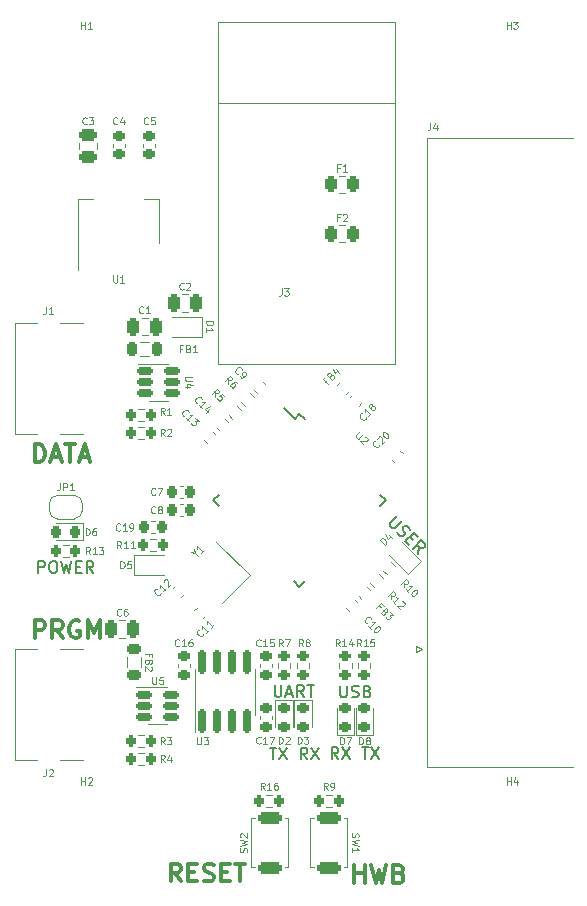
<source format=gbr>
%TF.GenerationSoftware,KiCad,Pcbnew,(6.0.9)*%
%TF.CreationDate,2022-12-11T23:18:13+10:00*%
%TF.ProjectId,OpenRetroPad,4f70656e-5265-4747-926f-5061642e6b69,rev?*%
%TF.SameCoordinates,Original*%
%TF.FileFunction,Legend,Top*%
%TF.FilePolarity,Positive*%
%FSLAX46Y46*%
G04 Gerber Fmt 4.6, Leading zero omitted, Abs format (unit mm)*
G04 Created by KiCad (PCBNEW (6.0.9)) date 2022-12-11 23:18:13*
%MOMM*%
%LPD*%
G01*
G04 APERTURE LIST*
G04 Aperture macros list*
%AMRoundRect*
0 Rectangle with rounded corners*
0 $1 Rounding radius*
0 $2 $3 $4 $5 $6 $7 $8 $9 X,Y pos of 4 corners*
0 Add a 4 corners polygon primitive as box body*
4,1,4,$2,$3,$4,$5,$6,$7,$8,$9,$2,$3,0*
0 Add four circle primitives for the rounded corners*
1,1,$1+$1,$2,$3*
1,1,$1+$1,$4,$5*
1,1,$1+$1,$6,$7*
1,1,$1+$1,$8,$9*
0 Add four rect primitives between the rounded corners*
20,1,$1+$1,$2,$3,$4,$5,0*
20,1,$1+$1,$4,$5,$6,$7,0*
20,1,$1+$1,$6,$7,$8,$9,0*
20,1,$1+$1,$8,$9,$2,$3,0*%
%AMRotRect*
0 Rectangle, with rotation*
0 The origin of the aperture is its center*
0 $1 length*
0 $2 width*
0 $3 Rotation angle, in degrees counterclockwise*
0 Add horizontal line*
21,1,$1,$2,0,0,$3*%
%AMFreePoly0*
4,1,22,0.500000,-0.750000,0.000000,-0.750000,0.000000,-0.745033,-0.079941,-0.743568,-0.215256,-0.701293,-0.333266,-0.622738,-0.424486,-0.514219,-0.481581,-0.384460,-0.499164,-0.250000,-0.500000,-0.250000,-0.500000,0.250000,-0.499164,0.250000,-0.499963,0.256109,-0.478152,0.396186,-0.417904,0.524511,-0.324060,0.630769,-0.204165,0.706417,-0.067858,0.745374,0.000000,0.744959,0.000000,0.750000,
0.500000,0.750000,0.500000,-0.750000,0.500000,-0.750000,$1*%
%AMFreePoly1*
4,1,20,0.000000,0.744959,0.073905,0.744508,0.209726,0.703889,0.328688,0.626782,0.421226,0.519385,0.479903,0.390333,0.500000,0.250000,0.500000,-0.250000,0.499851,-0.262216,0.476331,-0.402017,0.414519,-0.529596,0.319384,-0.634700,0.198574,-0.708877,0.061801,-0.746166,0.000000,-0.745033,0.000000,-0.750000,-0.500000,-0.750000,-0.500000,0.750000,0.000000,0.750000,0.000000,0.744959,
0.000000,0.744959,$1*%
G04 Aperture macros list end*
%ADD10C,0.150000*%
%ADD11C,0.300000*%
%ADD12C,0.100000*%
%ADD13C,0.120000*%
%ADD14RoundRect,0.225000X-0.250000X0.225000X-0.250000X-0.225000X0.250000X-0.225000X0.250000X0.225000X0*%
%ADD15RoundRect,0.150000X-0.512500X-0.150000X0.512500X-0.150000X0.512500X0.150000X-0.512500X0.150000X0*%
%ADD16C,4.000000*%
%ADD17R,1.600000X1.600000*%
%ADD18C,1.600000*%
%ADD19RoundRect,0.200000X0.200000X0.275000X-0.200000X0.275000X-0.200000X-0.275000X0.200000X-0.275000X0*%
%ADD20RoundRect,0.225000X0.225000X0.250000X-0.225000X0.250000X-0.225000X-0.250000X0.225000X-0.250000X0*%
%ADD21RoundRect,0.243750X0.243750X0.456250X-0.243750X0.456250X-0.243750X-0.456250X0.243750X-0.456250X0*%
%ADD22RoundRect,0.225000X0.335876X0.017678X0.017678X0.335876X-0.335876X-0.017678X-0.017678X-0.335876X0*%
%ADD23RoundRect,0.200000X-0.200000X-0.275000X0.200000X-0.275000X0.200000X0.275000X-0.200000X0.275000X0*%
%ADD24RoundRect,0.225000X-0.335876X-0.017678X-0.017678X-0.335876X0.335876X0.017678X0.017678X0.335876X0*%
%ADD25RoundRect,0.225000X-0.225000X-0.250000X0.225000X-0.250000X0.225000X0.250000X-0.225000X0.250000X0*%
%ADD26RoundRect,0.200000X0.275000X-0.200000X0.275000X0.200000X-0.275000X0.200000X-0.275000X-0.200000X0*%
%ADD27RoundRect,0.218750X0.256250X-0.218750X0.256250X0.218750X-0.256250X0.218750X-0.256250X-0.218750X0*%
%ADD28RoundRect,0.225000X0.250000X-0.225000X0.250000X0.225000X-0.250000X0.225000X-0.250000X-0.225000X0*%
%ADD29C,0.800000*%
%ADD30C,6.400000*%
%ADD31RoundRect,0.150000X0.150000X-0.825000X0.150000X0.825000X-0.150000X0.825000X-0.150000X-0.825000X0*%
%ADD32R,1.500000X2.000000*%
%ADD33R,3.800000X2.000000*%
%ADD34RoundRect,0.225000X-0.017678X0.335876X-0.335876X0.017678X0.017678X-0.335876X0.335876X-0.017678X0*%
%ADD35RoundRect,0.218750X-0.256250X0.218750X-0.256250X-0.218750X0.256250X-0.218750X0.256250X0.218750X0*%
%ADD36RoundRect,0.218750X-0.335876X-0.026517X-0.026517X-0.335876X0.335876X0.026517X0.026517X0.335876X0*%
%ADD37RoundRect,0.200000X0.335876X0.053033X0.053033X0.335876X-0.335876X-0.053033X-0.053033X-0.335876X0*%
%ADD38RoundRect,0.218750X0.335876X0.026517X0.026517X0.335876X-0.335876X-0.026517X-0.026517X-0.335876X0*%
%ADD39RoundRect,0.250000X-0.250000X-0.475000X0.250000X-0.475000X0.250000X0.475000X-0.250000X0.475000X0*%
%ADD40RoundRect,0.218750X0.026517X-0.335876X0.335876X-0.026517X-0.026517X0.335876X-0.335876X0.026517X0*%
%ADD41FreePoly0,180.000000*%
%ADD42FreePoly1,180.000000*%
%ADD43RoundRect,0.218750X-0.218750X-0.381250X0.218750X-0.381250X0.218750X0.381250X-0.218750X0.381250X0*%
%ADD44C,0.650000*%
%ADD45R,1.450000X0.600000*%
%ADD46R,1.450000X0.300000*%
%ADD47O,1.600000X1.000000*%
%ADD48O,2.100000X1.000000*%
%ADD49RotRect,1.500000X0.550000X315.000000*%
%ADD50RotRect,1.500000X0.550000X45.000000*%
%ADD51R,0.600000X0.450000*%
%ADD52RoundRect,0.200000X-0.335876X-0.053033X-0.053033X-0.335876X0.335876X0.053033X0.053033X0.335876X0*%
%ADD53RoundRect,0.218750X0.218750X0.256250X-0.218750X0.256250X-0.218750X-0.256250X0.218750X-0.256250X0*%
%ADD54RoundRect,0.250000X-0.475000X0.250000X-0.475000X-0.250000X0.475000X-0.250000X0.475000X0.250000X0*%
%ADD55RotRect,1.400000X1.200000X135.000000*%
%ADD56R,1.700000X1.700000*%
%ADD57O,1.700000X1.700000*%
%ADD58RoundRect,0.250000X-0.750000X0.250000X-0.750000X-0.250000X0.750000X-0.250000X0.750000X0.250000X0*%
%ADD59RoundRect,0.218750X0.381250X-0.218750X0.381250X0.218750X-0.381250X0.218750X-0.381250X-0.218750X0*%
G04 APERTURE END LIST*
D10*
X-4109524Y-42152380D02*
X-4109524Y-41152380D01*
X-3728572Y-41152380D01*
X-3633334Y-41200000D01*
X-3585715Y-41247619D01*
X-3538096Y-41342857D01*
X-3538096Y-41485714D01*
X-3585715Y-41580952D01*
X-3633334Y-41628571D01*
X-3728572Y-41676190D01*
X-4109524Y-41676190D01*
X-2919048Y-41152380D02*
X-2728572Y-41152380D01*
X-2633334Y-41200000D01*
X-2538096Y-41295238D01*
X-2490477Y-41485714D01*
X-2490477Y-41819047D01*
X-2538096Y-42009523D01*
X-2633334Y-42104761D01*
X-2728572Y-42152380D01*
X-2919048Y-42152380D01*
X-3014286Y-42104761D01*
X-3109524Y-42009523D01*
X-3157143Y-41819047D01*
X-3157143Y-41485714D01*
X-3109524Y-41295238D01*
X-3014286Y-41200000D01*
X-2919048Y-41152380D01*
X-2157143Y-41152380D02*
X-1919048Y-42152380D01*
X-1728572Y-41438095D01*
X-1538096Y-42152380D01*
X-1300000Y-41152380D01*
X-919048Y-41628571D02*
X-585715Y-41628571D01*
X-442858Y-42152380D02*
X-919048Y-42152380D01*
X-919048Y-41152380D01*
X-442858Y-41152380D01*
X557142Y-42152380D02*
X223809Y-41676190D01*
X-14286Y-42152380D02*
X-14286Y-41152380D01*
X366666Y-41152380D01*
X461904Y-41200000D01*
X509523Y-41247619D01*
X557142Y-41342857D01*
X557142Y-41485714D01*
X509523Y-41580952D01*
X461904Y-41628571D01*
X366666Y-41676190D01*
X-14286Y-41676190D01*
X15904761Y-51652380D02*
X15904761Y-52461904D01*
X15952380Y-52557142D01*
X16000000Y-52604761D01*
X16095238Y-52652380D01*
X16285714Y-52652380D01*
X16380952Y-52604761D01*
X16428571Y-52557142D01*
X16476190Y-52461904D01*
X16476190Y-51652380D01*
X16904761Y-52366666D02*
X17380952Y-52366666D01*
X16809523Y-52652380D02*
X17142857Y-51652380D01*
X17476190Y-52652380D01*
X18380952Y-52652380D02*
X18047619Y-52176190D01*
X17809523Y-52652380D02*
X17809523Y-51652380D01*
X18190476Y-51652380D01*
X18285714Y-51700000D01*
X18333333Y-51747619D01*
X18380952Y-51842857D01*
X18380952Y-51985714D01*
X18333333Y-52080952D01*
X18285714Y-52128571D01*
X18190476Y-52176190D01*
X17809523Y-52176190D01*
X18666666Y-51652380D02*
X19238095Y-51652380D01*
X18952380Y-52652380D02*
X18952380Y-51652380D01*
D11*
X7971428Y-68278571D02*
X7471428Y-67564285D01*
X7114285Y-68278571D02*
X7114285Y-66778571D01*
X7685714Y-66778571D01*
X7828571Y-66850000D01*
X7900000Y-66921428D01*
X7971428Y-67064285D01*
X7971428Y-67278571D01*
X7900000Y-67421428D01*
X7828571Y-67492857D01*
X7685714Y-67564285D01*
X7114285Y-67564285D01*
X8614285Y-67492857D02*
X9114285Y-67492857D01*
X9328571Y-68278571D02*
X8614285Y-68278571D01*
X8614285Y-66778571D01*
X9328571Y-66778571D01*
X9900000Y-68207142D02*
X10114285Y-68278571D01*
X10471428Y-68278571D01*
X10614285Y-68207142D01*
X10685714Y-68135714D01*
X10757142Y-67992857D01*
X10757142Y-67850000D01*
X10685714Y-67707142D01*
X10614285Y-67635714D01*
X10471428Y-67564285D01*
X10185714Y-67492857D01*
X10042857Y-67421428D01*
X9971428Y-67350000D01*
X9900000Y-67207142D01*
X9900000Y-67064285D01*
X9971428Y-66921428D01*
X10042857Y-66850000D01*
X10185714Y-66778571D01*
X10542857Y-66778571D01*
X10757142Y-66850000D01*
X11400000Y-67492857D02*
X11900000Y-67492857D01*
X12114285Y-68278571D02*
X11400000Y-68278571D01*
X11400000Y-66778571D01*
X12114285Y-66778571D01*
X12542857Y-66778571D02*
X13400000Y-66778571D01*
X12971428Y-68278571D02*
X12971428Y-66778571D01*
X-4400000Y-47678571D02*
X-4400000Y-46178571D01*
X-3828572Y-46178571D01*
X-3685715Y-46250000D01*
X-3614286Y-46321428D01*
X-3542858Y-46464285D01*
X-3542858Y-46678571D01*
X-3614286Y-46821428D01*
X-3685715Y-46892857D01*
X-3828572Y-46964285D01*
X-4400000Y-46964285D01*
X-2042858Y-47678571D02*
X-2542858Y-46964285D01*
X-2900000Y-47678571D02*
X-2900000Y-46178571D01*
X-2328572Y-46178571D01*
X-2185715Y-46250000D01*
X-2114286Y-46321428D01*
X-2042858Y-46464285D01*
X-2042858Y-46678571D01*
X-2114286Y-46821428D01*
X-2185715Y-46892857D01*
X-2328572Y-46964285D01*
X-2900000Y-46964285D01*
X-614286Y-46250000D02*
X-757143Y-46178571D01*
X-971429Y-46178571D01*
X-1185715Y-46250000D01*
X-1328572Y-46392857D01*
X-1400000Y-46535714D01*
X-1471429Y-46821428D01*
X-1471429Y-47035714D01*
X-1400000Y-47321428D01*
X-1328572Y-47464285D01*
X-1185715Y-47607142D01*
X-971429Y-47678571D01*
X-828572Y-47678571D01*
X-614286Y-47607142D01*
X-542858Y-47535714D01*
X-542858Y-47035714D01*
X-828572Y-47035714D01*
X100000Y-47678571D02*
X100000Y-46178571D01*
X600000Y-47250000D01*
X1100000Y-46178571D01*
X1100000Y-47678571D01*
D10*
X21438095Y-51702380D02*
X21438095Y-52511904D01*
X21485714Y-52607142D01*
X21533333Y-52654761D01*
X21628571Y-52702380D01*
X21819047Y-52702380D01*
X21914285Y-52654761D01*
X21961904Y-52607142D01*
X22009523Y-52511904D01*
X22009523Y-51702380D01*
X22438095Y-52654761D02*
X22580952Y-52702380D01*
X22819047Y-52702380D01*
X22914285Y-52654761D01*
X22961904Y-52607142D01*
X23009523Y-52511904D01*
X23009523Y-52416666D01*
X22961904Y-52321428D01*
X22914285Y-52273809D01*
X22819047Y-52226190D01*
X22628571Y-52178571D01*
X22533333Y-52130952D01*
X22485714Y-52083333D01*
X22438095Y-51988095D01*
X22438095Y-51892857D01*
X22485714Y-51797619D01*
X22533333Y-51750000D01*
X22628571Y-51702380D01*
X22866666Y-51702380D01*
X23009523Y-51750000D01*
X23771428Y-52178571D02*
X23914285Y-52226190D01*
X23961904Y-52273809D01*
X24009523Y-52369047D01*
X24009523Y-52511904D01*
X23961904Y-52607142D01*
X23914285Y-52654761D01*
X23819047Y-52702380D01*
X23438095Y-52702380D01*
X23438095Y-51702380D01*
X23771428Y-51702380D01*
X23866666Y-51750000D01*
X23914285Y-51797619D01*
X23961904Y-51892857D01*
X23961904Y-51988095D01*
X23914285Y-52083333D01*
X23866666Y-52130952D01*
X23771428Y-52178571D01*
X23438095Y-52178571D01*
D11*
X-4400000Y-32778571D02*
X-4400000Y-31278571D01*
X-4042858Y-31278571D01*
X-3828572Y-31350000D01*
X-3685715Y-31492857D01*
X-3614286Y-31635714D01*
X-3542858Y-31921428D01*
X-3542858Y-32135714D01*
X-3614286Y-32421428D01*
X-3685715Y-32564285D01*
X-3828572Y-32707142D01*
X-4042858Y-32778571D01*
X-4400000Y-32778571D01*
X-2971429Y-32350000D02*
X-2257143Y-32350000D01*
X-3114286Y-32778571D02*
X-2614286Y-31278571D01*
X-2114286Y-32778571D01*
X-1828572Y-31278571D02*
X-971429Y-31278571D01*
X-1400000Y-32778571D02*
X-1400000Y-31278571D01*
X-542858Y-32350000D02*
X171428Y-32350000D01*
X-685715Y-32778571D02*
X-185715Y-31278571D01*
X314285Y-32778571D01*
D10*
X15480952Y-56952380D02*
X16052380Y-56952380D01*
X15766666Y-57952380D02*
X15766666Y-56952380D01*
X16290476Y-56952380D02*
X16957142Y-57952380D01*
X16957142Y-56952380D02*
X16290476Y-57952380D01*
X18671428Y-57952380D02*
X18338095Y-57476190D01*
X18100000Y-57952380D02*
X18100000Y-56952380D01*
X18480952Y-56952380D01*
X18576190Y-57000000D01*
X18623809Y-57047619D01*
X18671428Y-57142857D01*
X18671428Y-57285714D01*
X18623809Y-57380952D01*
X18576190Y-57428571D01*
X18480952Y-57476190D01*
X18100000Y-57476190D01*
X19004761Y-56952380D02*
X19671428Y-57952380D01*
X19671428Y-56952380D02*
X19004761Y-57952380D01*
D11*
X22664285Y-68378571D02*
X22664285Y-66878571D01*
X22664285Y-67592857D02*
X23521428Y-67592857D01*
X23521428Y-68378571D02*
X23521428Y-66878571D01*
X24092857Y-66878571D02*
X24450000Y-68378571D01*
X24735714Y-67307142D01*
X25021428Y-68378571D01*
X25378571Y-66878571D01*
X26450000Y-67592857D02*
X26664285Y-67664285D01*
X26735714Y-67735714D01*
X26807142Y-67878571D01*
X26807142Y-68092857D01*
X26735714Y-68235714D01*
X26664285Y-68307142D01*
X26521428Y-68378571D01*
X25950000Y-68378571D01*
X25950000Y-66878571D01*
X26450000Y-66878571D01*
X26592857Y-66950000D01*
X26664285Y-67021428D01*
X26735714Y-67164285D01*
X26735714Y-67307142D01*
X26664285Y-67450000D01*
X26592857Y-67521428D01*
X26450000Y-67592857D01*
X25950000Y-67592857D01*
D10*
X21295238Y-57902380D02*
X20961904Y-57426190D01*
X20723809Y-57902380D02*
X20723809Y-56902380D01*
X21104761Y-56902380D01*
X21200000Y-56950000D01*
X21247619Y-56997619D01*
X21295238Y-57092857D01*
X21295238Y-57235714D01*
X21247619Y-57330952D01*
X21200000Y-57378571D01*
X21104761Y-57426190D01*
X20723809Y-57426190D01*
X21628571Y-56902380D02*
X22295238Y-57902380D01*
X22295238Y-56902380D02*
X21628571Y-57902380D01*
X23295238Y-56902380D02*
X23866666Y-56902380D01*
X23580952Y-57902380D02*
X23580952Y-56902380D01*
X24104761Y-56902380D02*
X24771428Y-57902380D01*
X24771428Y-56902380D02*
X24104761Y-57902380D01*
X26275042Y-37350591D02*
X25702622Y-37923011D01*
X25668950Y-38024026D01*
X25668950Y-38091370D01*
X25702622Y-38192385D01*
X25837309Y-38327072D01*
X25938324Y-38360744D01*
X26005668Y-38360744D01*
X26106683Y-38327072D01*
X26679103Y-37754652D01*
X26308713Y-38731133D02*
X26376057Y-38865820D01*
X26544416Y-39034179D01*
X26645431Y-39067851D01*
X26712774Y-39067851D01*
X26813790Y-39034179D01*
X26881133Y-38966835D01*
X26914805Y-38865820D01*
X26914805Y-38798477D01*
X26881133Y-38697461D01*
X26780118Y-38529103D01*
X26746446Y-38428087D01*
X26746446Y-38360744D01*
X26780118Y-38259729D01*
X26847461Y-38192385D01*
X26948477Y-38158713D01*
X27015820Y-38158713D01*
X27116835Y-38192385D01*
X27285194Y-38360744D01*
X27352538Y-38495431D01*
X27352538Y-39101522D02*
X27588240Y-39337225D01*
X27318866Y-39808629D02*
X26982148Y-39471912D01*
X27689255Y-38764805D01*
X28025973Y-39101522D01*
X28025973Y-40515736D02*
X28126988Y-39943316D01*
X27621912Y-40111675D02*
X28329018Y-39404568D01*
X28598392Y-39673942D01*
X28632064Y-39774957D01*
X28632064Y-39842301D01*
X28598392Y-39943316D01*
X28497377Y-40044331D01*
X28396362Y-40078003D01*
X28329018Y-40078003D01*
X28228003Y-40044331D01*
X27958629Y-39774957D01*
D12*
%TO.C,C5*%
X5200000Y-4114285D02*
X5171428Y-4142857D01*
X5085714Y-4171428D01*
X5028571Y-4171428D01*
X4942857Y-4142857D01*
X4885714Y-4085714D01*
X4857142Y-4028571D01*
X4828571Y-3914285D01*
X4828571Y-3828571D01*
X4857142Y-3714285D01*
X4885714Y-3657142D01*
X4942857Y-3600000D01*
X5028571Y-3571428D01*
X5085714Y-3571428D01*
X5171428Y-3600000D01*
X5200000Y-3628571D01*
X5742857Y-3571428D02*
X5457142Y-3571428D01*
X5428571Y-3857142D01*
X5457142Y-3828571D01*
X5514285Y-3800000D01*
X5657142Y-3800000D01*
X5714285Y-3828571D01*
X5742857Y-3857142D01*
X5771428Y-3914285D01*
X5771428Y-4057142D01*
X5742857Y-4114285D01*
X5714285Y-4142857D01*
X5657142Y-4171428D01*
X5514285Y-4171428D01*
X5457142Y-4142857D01*
X5428571Y-4114285D01*
%TO.C,U4*%
X8928571Y-25542857D02*
X8442857Y-25542857D01*
X8385714Y-25571428D01*
X8357142Y-25600000D01*
X8328571Y-25657142D01*
X8328571Y-25771428D01*
X8357142Y-25828571D01*
X8385714Y-25857142D01*
X8442857Y-25885714D01*
X8928571Y-25885714D01*
X8728571Y-26428571D02*
X8328571Y-26428571D01*
X8957142Y-26285714D02*
X8528571Y-26142857D01*
X8528571Y-26514285D01*
%TO.C,J4*%
X29100000Y-4071428D02*
X29100000Y-4500000D01*
X29071428Y-4585714D01*
X29014285Y-4642857D01*
X28928571Y-4671428D01*
X28871428Y-4671428D01*
X29642857Y-4271428D02*
X29642857Y-4671428D01*
X29500000Y-4042857D02*
X29357142Y-4471428D01*
X29728571Y-4471428D01*
%TO.C,R16*%
X15064285Y-60521428D02*
X14864285Y-60235714D01*
X14721428Y-60521428D02*
X14721428Y-59921428D01*
X14950000Y-59921428D01*
X15007142Y-59950000D01*
X15035714Y-59978571D01*
X15064285Y-60035714D01*
X15064285Y-60121428D01*
X15035714Y-60178571D01*
X15007142Y-60207142D01*
X14950000Y-60235714D01*
X14721428Y-60235714D01*
X15635714Y-60521428D02*
X15292857Y-60521428D01*
X15464285Y-60521428D02*
X15464285Y-59921428D01*
X15407142Y-60007142D01*
X15350000Y-60064285D01*
X15292857Y-60092857D01*
X16150000Y-59921428D02*
X16035714Y-59921428D01*
X15978571Y-59950000D01*
X15950000Y-59978571D01*
X15892857Y-60064285D01*
X15864285Y-60178571D01*
X15864285Y-60407142D01*
X15892857Y-60464285D01*
X15921428Y-60492857D01*
X15978571Y-60521428D01*
X16092857Y-60521428D01*
X16150000Y-60492857D01*
X16178571Y-60464285D01*
X16207142Y-60407142D01*
X16207142Y-60264285D01*
X16178571Y-60207142D01*
X16150000Y-60178571D01*
X16092857Y-60150000D01*
X15978571Y-60150000D01*
X15921428Y-60178571D01*
X15892857Y-60207142D01*
X15864285Y-60264285D01*
%TO.C,C19*%
X2814285Y-38514285D02*
X2785714Y-38542857D01*
X2700000Y-38571428D01*
X2642857Y-38571428D01*
X2557142Y-38542857D01*
X2500000Y-38485714D01*
X2471428Y-38428571D01*
X2442857Y-38314285D01*
X2442857Y-38228571D01*
X2471428Y-38114285D01*
X2500000Y-38057142D01*
X2557142Y-38000000D01*
X2642857Y-37971428D01*
X2700000Y-37971428D01*
X2785714Y-38000000D01*
X2814285Y-38028571D01*
X3385714Y-38571428D02*
X3042857Y-38571428D01*
X3214285Y-38571428D02*
X3214285Y-37971428D01*
X3157142Y-38057142D01*
X3100000Y-38114285D01*
X3042857Y-38142857D01*
X3671428Y-38571428D02*
X3785714Y-38571428D01*
X3842857Y-38542857D01*
X3871428Y-38514285D01*
X3928571Y-38428571D01*
X3957142Y-38314285D01*
X3957142Y-38085714D01*
X3928571Y-38028571D01*
X3900000Y-38000000D01*
X3842857Y-37971428D01*
X3728571Y-37971428D01*
X3671428Y-38000000D01*
X3642857Y-38028571D01*
X3614285Y-38085714D01*
X3614285Y-38228571D01*
X3642857Y-38285714D01*
X3671428Y-38314285D01*
X3728571Y-38342857D01*
X3842857Y-38342857D01*
X3900000Y-38314285D01*
X3928571Y-38285714D01*
X3957142Y-38228571D01*
%TO.C,F2*%
X21400000Y-12057142D02*
X21200000Y-12057142D01*
X21200000Y-12371428D02*
X21200000Y-11771428D01*
X21485714Y-11771428D01*
X21685714Y-11828571D02*
X21714285Y-11800000D01*
X21771428Y-11771428D01*
X21914285Y-11771428D01*
X21971428Y-11800000D01*
X22000000Y-11828571D01*
X22028571Y-11885714D01*
X22028571Y-11942857D01*
X22000000Y-12028571D01*
X21657142Y-12371428D01*
X22028571Y-12371428D01*
%TO.C,C10*%
X23725735Y-46428781D02*
X23685329Y-46428781D01*
X23604517Y-46388375D01*
X23564111Y-46347969D01*
X23523705Y-46267157D01*
X23523705Y-46186345D01*
X23543908Y-46125735D01*
X23604517Y-46024720D01*
X23665126Y-45964111D01*
X23766142Y-45903502D01*
X23826751Y-45883299D01*
X23907563Y-45883299D01*
X23988375Y-45923705D01*
X24028781Y-45964111D01*
X24069187Y-46044923D01*
X24069187Y-46085329D01*
X24089390Y-46873248D02*
X23846954Y-46630812D01*
X23968172Y-46752030D02*
X24392436Y-46327766D01*
X24291421Y-46347969D01*
X24210609Y-46347969D01*
X24150000Y-46327766D01*
X24776294Y-46711624D02*
X24816700Y-46752030D01*
X24836903Y-46812639D01*
X24836903Y-46853045D01*
X24816700Y-46913654D01*
X24756091Y-47014670D01*
X24655076Y-47115685D01*
X24554061Y-47176294D01*
X24493451Y-47196497D01*
X24453045Y-47196497D01*
X24392436Y-47176294D01*
X24352030Y-47135888D01*
X24331827Y-47075279D01*
X24331827Y-47034873D01*
X24352030Y-46974264D01*
X24412639Y-46873248D01*
X24513654Y-46772233D01*
X24614670Y-46711624D01*
X24675279Y-46691421D01*
X24715685Y-46691421D01*
X24776294Y-46711624D01*
%TO.C,R11*%
X2914285Y-40071428D02*
X2714285Y-39785714D01*
X2571428Y-40071428D02*
X2571428Y-39471428D01*
X2800000Y-39471428D01*
X2857142Y-39500000D01*
X2885714Y-39528571D01*
X2914285Y-39585714D01*
X2914285Y-39671428D01*
X2885714Y-39728571D01*
X2857142Y-39757142D01*
X2800000Y-39785714D01*
X2571428Y-39785714D01*
X3485714Y-40071428D02*
X3142857Y-40071428D01*
X3314285Y-40071428D02*
X3314285Y-39471428D01*
X3257142Y-39557142D01*
X3200000Y-39614285D01*
X3142857Y-39642857D01*
X4057142Y-40071428D02*
X3714285Y-40071428D01*
X3885714Y-40071428D02*
X3885714Y-39471428D01*
X3828571Y-39557142D01*
X3771428Y-39614285D01*
X3714285Y-39642857D01*
%TO.C,C9*%
X12777766Y-25280812D02*
X12737360Y-25280812D01*
X12656548Y-25240406D01*
X12616142Y-25200000D01*
X12575735Y-25119187D01*
X12575735Y-25038375D01*
X12595938Y-24977766D01*
X12656548Y-24876751D01*
X12717157Y-24816142D01*
X12818172Y-24755532D01*
X12878781Y-24735329D01*
X12959593Y-24735329D01*
X13040406Y-24775735D01*
X13080812Y-24816142D01*
X13121218Y-24896954D01*
X13121218Y-24937360D01*
X12939390Y-25523248D02*
X13020203Y-25604061D01*
X13080812Y-25624264D01*
X13121218Y-25624264D01*
X13222233Y-25604061D01*
X13323248Y-25543451D01*
X13484873Y-25381827D01*
X13505076Y-25321218D01*
X13505076Y-25280812D01*
X13484873Y-25220203D01*
X13404061Y-25139390D01*
X13343451Y-25119187D01*
X13303045Y-25119187D01*
X13242436Y-25139390D01*
X13141421Y-25240406D01*
X13121218Y-25301015D01*
X13121218Y-25341421D01*
X13141421Y-25402030D01*
X13222233Y-25482842D01*
X13282842Y-25503045D01*
X13323248Y-25503045D01*
X13383857Y-25482842D01*
%TO.C,C7*%
X5800000Y-35514285D02*
X5771428Y-35542857D01*
X5685714Y-35571428D01*
X5628571Y-35571428D01*
X5542857Y-35542857D01*
X5485714Y-35485714D01*
X5457142Y-35428571D01*
X5428571Y-35314285D01*
X5428571Y-35228571D01*
X5457142Y-35114285D01*
X5485714Y-35057142D01*
X5542857Y-35000000D01*
X5628571Y-34971428D01*
X5685714Y-34971428D01*
X5771428Y-35000000D01*
X5800000Y-35028571D01*
X6000000Y-34971428D02*
X6400000Y-34971428D01*
X6142857Y-35571428D01*
%TO.C,R7*%
X16600000Y-48371428D02*
X16400000Y-48085714D01*
X16257142Y-48371428D02*
X16257142Y-47771428D01*
X16485714Y-47771428D01*
X16542857Y-47800000D01*
X16571428Y-47828571D01*
X16600000Y-47885714D01*
X16600000Y-47971428D01*
X16571428Y-48028571D01*
X16542857Y-48057142D01*
X16485714Y-48085714D01*
X16257142Y-48085714D01*
X16800000Y-47771428D02*
X17200000Y-47771428D01*
X16942857Y-48371428D01*
%TO.C,D8*%
X23057142Y-56671428D02*
X23057142Y-56071428D01*
X23200000Y-56071428D01*
X23285714Y-56100000D01*
X23342857Y-56157142D01*
X23371428Y-56214285D01*
X23400000Y-56328571D01*
X23400000Y-56414285D01*
X23371428Y-56528571D01*
X23342857Y-56585714D01*
X23285714Y-56642857D01*
X23200000Y-56671428D01*
X23057142Y-56671428D01*
X23742857Y-56328571D02*
X23685714Y-56300000D01*
X23657142Y-56271428D01*
X23628571Y-56214285D01*
X23628571Y-56185714D01*
X23657142Y-56128571D01*
X23685714Y-56100000D01*
X23742857Y-56071428D01*
X23857142Y-56071428D01*
X23914285Y-56100000D01*
X23942857Y-56128571D01*
X23971428Y-56185714D01*
X23971428Y-56214285D01*
X23942857Y-56271428D01*
X23914285Y-56300000D01*
X23857142Y-56328571D01*
X23742857Y-56328571D01*
X23685714Y-56357142D01*
X23657142Y-56385714D01*
X23628571Y-56442857D01*
X23628571Y-56557142D01*
X23657142Y-56614285D01*
X23685714Y-56642857D01*
X23742857Y-56671428D01*
X23857142Y-56671428D01*
X23914285Y-56642857D01*
X23942857Y-56614285D01*
X23971428Y-56557142D01*
X23971428Y-56442857D01*
X23942857Y-56385714D01*
X23914285Y-56357142D01*
X23857142Y-56328571D01*
%TO.C,C15*%
X14714285Y-48314285D02*
X14685714Y-48342857D01*
X14600000Y-48371428D01*
X14542857Y-48371428D01*
X14457142Y-48342857D01*
X14400000Y-48285714D01*
X14371428Y-48228571D01*
X14342857Y-48114285D01*
X14342857Y-48028571D01*
X14371428Y-47914285D01*
X14400000Y-47857142D01*
X14457142Y-47800000D01*
X14542857Y-47771428D01*
X14600000Y-47771428D01*
X14685714Y-47800000D01*
X14714285Y-47828571D01*
X15285714Y-48371428D02*
X14942857Y-48371428D01*
X15114285Y-48371428D02*
X15114285Y-47771428D01*
X15057142Y-47857142D01*
X15000000Y-47914285D01*
X14942857Y-47942857D01*
X15828571Y-47771428D02*
X15542857Y-47771428D01*
X15514285Y-48057142D01*
X15542857Y-48028571D01*
X15600000Y-48000000D01*
X15742857Y-48000000D01*
X15800000Y-48028571D01*
X15828571Y-48057142D01*
X15857142Y-48114285D01*
X15857142Y-48257142D01*
X15828571Y-48314285D01*
X15800000Y-48342857D01*
X15742857Y-48371428D01*
X15600000Y-48371428D01*
X15542857Y-48342857D01*
X15514285Y-48314285D01*
%TO.C,C20*%
X24778781Y-31324264D02*
X24778781Y-31364670D01*
X24738375Y-31445482D01*
X24697969Y-31485888D01*
X24617157Y-31526294D01*
X24536345Y-31526294D01*
X24475735Y-31506091D01*
X24374720Y-31445482D01*
X24314111Y-31384873D01*
X24253502Y-31283857D01*
X24233299Y-31223248D01*
X24233299Y-31142436D01*
X24273705Y-31061624D01*
X24314111Y-31021218D01*
X24394923Y-30980812D01*
X24435329Y-30980812D01*
X24596954Y-30819187D02*
X24596954Y-30778781D01*
X24617157Y-30718172D01*
X24718172Y-30617157D01*
X24778781Y-30596954D01*
X24819187Y-30596954D01*
X24879796Y-30617157D01*
X24920203Y-30657563D01*
X24960609Y-30738375D01*
X24960609Y-31223248D01*
X25223248Y-30960609D01*
X25061624Y-30273705D02*
X25102030Y-30233299D01*
X25162639Y-30213096D01*
X25203045Y-30213096D01*
X25263654Y-30233299D01*
X25364670Y-30293908D01*
X25465685Y-30394923D01*
X25526294Y-30495938D01*
X25546497Y-30556548D01*
X25546497Y-30596954D01*
X25526294Y-30657563D01*
X25485888Y-30697969D01*
X25425279Y-30718172D01*
X25384873Y-30718172D01*
X25324264Y-30697969D01*
X25223248Y-30637360D01*
X25122233Y-30536345D01*
X25061624Y-30435329D01*
X25041421Y-30374720D01*
X25041421Y-30334314D01*
X25061624Y-30273705D01*
%TO.C,R9*%
X20400000Y-60521428D02*
X20200000Y-60235714D01*
X20057142Y-60521428D02*
X20057142Y-59921428D01*
X20285714Y-59921428D01*
X20342857Y-59950000D01*
X20371428Y-59978571D01*
X20400000Y-60035714D01*
X20400000Y-60121428D01*
X20371428Y-60178571D01*
X20342857Y-60207142D01*
X20285714Y-60235714D01*
X20057142Y-60235714D01*
X20685714Y-60521428D02*
X20800000Y-60521428D01*
X20857142Y-60492857D01*
X20885714Y-60464285D01*
X20942857Y-60378571D01*
X20971428Y-60264285D01*
X20971428Y-60035714D01*
X20942857Y-59978571D01*
X20914285Y-59950000D01*
X20857142Y-59921428D01*
X20742857Y-59921428D01*
X20685714Y-59950000D01*
X20657142Y-59978571D01*
X20628571Y-60035714D01*
X20628571Y-60178571D01*
X20657142Y-60235714D01*
X20685714Y-60264285D01*
X20742857Y-60292857D01*
X20857142Y-60292857D01*
X20914285Y-60264285D01*
X20942857Y-60235714D01*
X20971428Y-60178571D01*
%TO.C,R4*%
X6600000Y-58171428D02*
X6400000Y-57885714D01*
X6257142Y-58171428D02*
X6257142Y-57571428D01*
X6485714Y-57571428D01*
X6542857Y-57600000D01*
X6571428Y-57628571D01*
X6600000Y-57685714D01*
X6600000Y-57771428D01*
X6571428Y-57828571D01*
X6542857Y-57857142D01*
X6485714Y-57885714D01*
X6257142Y-57885714D01*
X7114285Y-57771428D02*
X7114285Y-58171428D01*
X6971428Y-57542857D02*
X6828571Y-57971428D01*
X7200000Y-57971428D01*
%TO.C,H1*%
X-457143Y3928572D02*
X-457143Y4528572D01*
X-457143Y4242858D02*
X-114286Y4242858D01*
X-114286Y3928572D02*
X-114286Y4528572D01*
X485714Y3928572D02*
X142857Y3928572D01*
X314285Y3928572D02*
X314285Y4528572D01*
X257142Y4442858D01*
X200000Y4385715D01*
X142857Y4357143D01*
%TO.C,R1*%
X6600000Y-28771428D02*
X6400000Y-28485714D01*
X6257142Y-28771428D02*
X6257142Y-28171428D01*
X6485714Y-28171428D01*
X6542857Y-28200000D01*
X6571428Y-28228571D01*
X6600000Y-28285714D01*
X6600000Y-28371428D01*
X6571428Y-28428571D01*
X6542857Y-28457142D01*
X6485714Y-28485714D01*
X6257142Y-28485714D01*
X7171428Y-28771428D02*
X6828571Y-28771428D01*
X7000000Y-28771428D02*
X7000000Y-28171428D01*
X6942857Y-28257142D01*
X6885714Y-28314285D01*
X6828571Y-28342857D01*
%TO.C,C13*%
X8275735Y-28878781D02*
X8235329Y-28878781D01*
X8154517Y-28838375D01*
X8114111Y-28797969D01*
X8073705Y-28717157D01*
X8073705Y-28636345D01*
X8093908Y-28575735D01*
X8154517Y-28474720D01*
X8215126Y-28414111D01*
X8316142Y-28353502D01*
X8376751Y-28333299D01*
X8457563Y-28333299D01*
X8538375Y-28373705D01*
X8578781Y-28414111D01*
X8619187Y-28494923D01*
X8619187Y-28535329D01*
X8639390Y-29323248D02*
X8396954Y-29080812D01*
X8518172Y-29202030D02*
X8942436Y-28777766D01*
X8841421Y-28797969D01*
X8760609Y-28797969D01*
X8700000Y-28777766D01*
X9205076Y-29040406D02*
X9467715Y-29303045D01*
X9164670Y-29323248D01*
X9225279Y-29383857D01*
X9245482Y-29444467D01*
X9245482Y-29484873D01*
X9225279Y-29545482D01*
X9124264Y-29646497D01*
X9063654Y-29666700D01*
X9023248Y-29666700D01*
X8962639Y-29646497D01*
X8841421Y-29525279D01*
X8821218Y-29464670D01*
X8821218Y-29424264D01*
%TO.C,U5*%
X5542857Y-50971428D02*
X5542857Y-51457142D01*
X5571428Y-51514285D01*
X5600000Y-51542857D01*
X5657142Y-51571428D01*
X5771428Y-51571428D01*
X5828571Y-51542857D01*
X5857142Y-51514285D01*
X5885714Y-51457142D01*
X5885714Y-50971428D01*
X6457142Y-50971428D02*
X6171428Y-50971428D01*
X6142857Y-51257142D01*
X6171428Y-51228571D01*
X6228571Y-51200000D01*
X6371428Y-51200000D01*
X6428571Y-51228571D01*
X6457142Y-51257142D01*
X6485714Y-51314285D01*
X6485714Y-51457142D01*
X6457142Y-51514285D01*
X6428571Y-51542857D01*
X6371428Y-51571428D01*
X6228571Y-51571428D01*
X6171428Y-51542857D01*
X6142857Y-51514285D01*
%TO.C,R8*%
X18300000Y-48371428D02*
X18100000Y-48085714D01*
X17957142Y-48371428D02*
X17957142Y-47771428D01*
X18185714Y-47771428D01*
X18242857Y-47800000D01*
X18271428Y-47828571D01*
X18300000Y-47885714D01*
X18300000Y-47971428D01*
X18271428Y-48028571D01*
X18242857Y-48057142D01*
X18185714Y-48085714D01*
X17957142Y-48085714D01*
X18642857Y-48028571D02*
X18585714Y-48000000D01*
X18557142Y-47971428D01*
X18528571Y-47914285D01*
X18528571Y-47885714D01*
X18557142Y-47828571D01*
X18585714Y-47800000D01*
X18642857Y-47771428D01*
X18757142Y-47771428D01*
X18814285Y-47800000D01*
X18842857Y-47828571D01*
X18871428Y-47885714D01*
X18871428Y-47914285D01*
X18842857Y-47971428D01*
X18814285Y-48000000D01*
X18757142Y-48028571D01*
X18642857Y-48028571D01*
X18585714Y-48057142D01*
X18557142Y-48085714D01*
X18528571Y-48142857D01*
X18528571Y-48257142D01*
X18557142Y-48314285D01*
X18585714Y-48342857D01*
X18642857Y-48371428D01*
X18757142Y-48371428D01*
X18814285Y-48342857D01*
X18842857Y-48314285D01*
X18871428Y-48257142D01*
X18871428Y-48142857D01*
X18842857Y-48085714D01*
X18814285Y-48057142D01*
X18757142Y-48028571D01*
%TO.C,U3*%
X9342857Y-56071428D02*
X9342857Y-56557142D01*
X9371428Y-56614285D01*
X9400000Y-56642857D01*
X9457142Y-56671428D01*
X9571428Y-56671428D01*
X9628571Y-56642857D01*
X9657142Y-56614285D01*
X9685714Y-56557142D01*
X9685714Y-56071428D01*
X9914285Y-56071428D02*
X10285714Y-56071428D01*
X10085714Y-56300000D01*
X10171428Y-56300000D01*
X10228571Y-56328571D01*
X10257142Y-56357142D01*
X10285714Y-56414285D01*
X10285714Y-56557142D01*
X10257142Y-56614285D01*
X10228571Y-56642857D01*
X10171428Y-56671428D01*
X10000000Y-56671428D01*
X9942857Y-56642857D01*
X9914285Y-56614285D01*
%TO.C,U1*%
X2242857Y-16971428D02*
X2242857Y-17457142D01*
X2271428Y-17514285D01*
X2300000Y-17542857D01*
X2357142Y-17571428D01*
X2471428Y-17571428D01*
X2528571Y-17542857D01*
X2557142Y-17514285D01*
X2585714Y-17457142D01*
X2585714Y-16971428D01*
X3185714Y-17571428D02*
X2842857Y-17571428D01*
X3014285Y-17571428D02*
X3014285Y-16971428D01*
X2957142Y-17057142D01*
X2900000Y-17114285D01*
X2842857Y-17142857D01*
%TO.C,C11*%
X9878781Y-47324264D02*
X9878781Y-47364670D01*
X9838375Y-47445482D01*
X9797969Y-47485888D01*
X9717157Y-47526294D01*
X9636345Y-47526294D01*
X9575735Y-47506091D01*
X9474720Y-47445482D01*
X9414111Y-47384873D01*
X9353502Y-47283857D01*
X9333299Y-47223248D01*
X9333299Y-47142436D01*
X9373705Y-47061624D01*
X9414111Y-47021218D01*
X9494923Y-46980812D01*
X9535329Y-46980812D01*
X10323248Y-46960609D02*
X10080812Y-47203045D01*
X10202030Y-47081827D02*
X9777766Y-46657563D01*
X9797969Y-46758578D01*
X9797969Y-46839390D01*
X9777766Y-46900000D01*
X10727309Y-46556548D02*
X10484873Y-46798984D01*
X10606091Y-46677766D02*
X10181827Y-46253502D01*
X10202030Y-46354517D01*
X10202030Y-46435329D01*
X10181827Y-46495938D01*
%TO.C,C14*%
X9375735Y-27778781D02*
X9335329Y-27778781D01*
X9254517Y-27738375D01*
X9214111Y-27697969D01*
X9173705Y-27617157D01*
X9173705Y-27536345D01*
X9193908Y-27475735D01*
X9254517Y-27374720D01*
X9315126Y-27314111D01*
X9416142Y-27253502D01*
X9476751Y-27233299D01*
X9557563Y-27233299D01*
X9638375Y-27273705D01*
X9678781Y-27314111D01*
X9719187Y-27394923D01*
X9719187Y-27435329D01*
X9739390Y-28223248D02*
X9496954Y-27980812D01*
X9618172Y-28102030D02*
X10042436Y-27677766D01*
X9941421Y-27697969D01*
X9860609Y-27697969D01*
X9800000Y-27677766D01*
X10385888Y-28304061D02*
X10103045Y-28586903D01*
X10446497Y-28041421D02*
X10042436Y-28243451D01*
X10305076Y-28506091D01*
%TO.C,D3*%
X17857142Y-56621428D02*
X17857142Y-56021428D01*
X18000000Y-56021428D01*
X18085714Y-56050000D01*
X18142857Y-56107142D01*
X18171428Y-56164285D01*
X18200000Y-56278571D01*
X18200000Y-56364285D01*
X18171428Y-56478571D01*
X18142857Y-56535714D01*
X18085714Y-56592857D01*
X18000000Y-56621428D01*
X17857142Y-56621428D01*
X18400000Y-56021428D02*
X18771428Y-56021428D01*
X18571428Y-56250000D01*
X18657142Y-56250000D01*
X18714285Y-56278571D01*
X18742857Y-56307142D01*
X18771428Y-56364285D01*
X18771428Y-56507142D01*
X18742857Y-56564285D01*
X18714285Y-56592857D01*
X18657142Y-56621428D01*
X18485714Y-56621428D01*
X18428571Y-56592857D01*
X18400000Y-56564285D01*
%TO.C,C18*%
X23641936Y-28983435D02*
X23641936Y-29023841D01*
X23601530Y-29104653D01*
X23561124Y-29145059D01*
X23480312Y-29185465D01*
X23399500Y-29185465D01*
X23338890Y-29165262D01*
X23237875Y-29104653D01*
X23177266Y-29044044D01*
X23116657Y-28943028D01*
X23096454Y-28882419D01*
X23096454Y-28801607D01*
X23136860Y-28720795D01*
X23177266Y-28680389D01*
X23258078Y-28639983D01*
X23298484Y-28639983D01*
X24086403Y-28619780D02*
X23843967Y-28862216D01*
X23965185Y-28740998D02*
X23540921Y-28316734D01*
X23561124Y-28417749D01*
X23561124Y-28498561D01*
X23540921Y-28559171D01*
X24086403Y-28134906D02*
X24025794Y-28155109D01*
X23985388Y-28155109D01*
X23924779Y-28134906D01*
X23904576Y-28114703D01*
X23884373Y-28054094D01*
X23884373Y-28013688D01*
X23904576Y-27953079D01*
X23985388Y-27872267D01*
X24045997Y-27852064D01*
X24086403Y-27852064D01*
X24147012Y-27872267D01*
X24167216Y-27892470D01*
X24187419Y-27953079D01*
X24187419Y-27993485D01*
X24167216Y-28054094D01*
X24086403Y-28134906D01*
X24066200Y-28195516D01*
X24066200Y-28235922D01*
X24086403Y-28296531D01*
X24167216Y-28377343D01*
X24227825Y-28397546D01*
X24268231Y-28397546D01*
X24328840Y-28377343D01*
X24409652Y-28296531D01*
X24429855Y-28235922D01*
X24429855Y-28195516D01*
X24409652Y-28134906D01*
X24328840Y-28054094D01*
X24268231Y-28033891D01*
X24227825Y-28033891D01*
X24167216Y-28054094D01*
%TO.C,FB3*%
X24876751Y-45066142D02*
X24735329Y-44924720D01*
X24513096Y-45146954D02*
X24937360Y-44722690D01*
X25139390Y-44924720D01*
X25240406Y-45429796D02*
X25280812Y-45510609D01*
X25280812Y-45551015D01*
X25260609Y-45611624D01*
X25199999Y-45672233D01*
X25139390Y-45692436D01*
X25098984Y-45692436D01*
X25038375Y-45672233D01*
X24876751Y-45510609D01*
X25301015Y-45086345D01*
X25442436Y-45227766D01*
X25462639Y-45288375D01*
X25462639Y-45328781D01*
X25442436Y-45389390D01*
X25402030Y-45429796D01*
X25341421Y-45450000D01*
X25301015Y-45450000D01*
X25240406Y-45429796D01*
X25098984Y-45288375D01*
X25684873Y-45470203D02*
X25947512Y-45732842D01*
X25644467Y-45753045D01*
X25705076Y-45813654D01*
X25725279Y-45874264D01*
X25725279Y-45914670D01*
X25705076Y-45975279D01*
X25604061Y-46076294D01*
X25543451Y-46096497D01*
X25503045Y-46096497D01*
X25442436Y-46076294D01*
X25321218Y-45955076D01*
X25301015Y-45894467D01*
X25301015Y-45854061D01*
%TO.C,R6*%
X11937360Y-26121218D02*
X11997969Y-25777766D01*
X11694923Y-25878781D02*
X12119187Y-25454517D01*
X12280812Y-25616142D01*
X12301015Y-25676751D01*
X12301015Y-25717157D01*
X12280812Y-25777766D01*
X12220203Y-25838375D01*
X12159593Y-25858578D01*
X12119187Y-25858578D01*
X12058578Y-25838375D01*
X11896954Y-25676751D01*
X12725279Y-26060609D02*
X12644467Y-25979796D01*
X12583857Y-25959593D01*
X12543451Y-25959593D01*
X12442436Y-25979796D01*
X12341421Y-26040406D01*
X12179796Y-26202030D01*
X12159593Y-26262639D01*
X12159593Y-26303045D01*
X12179796Y-26363654D01*
X12260609Y-26444467D01*
X12321218Y-26464670D01*
X12361624Y-26464670D01*
X12422233Y-26444467D01*
X12523248Y-26343451D01*
X12543451Y-26282842D01*
X12543451Y-26242436D01*
X12523248Y-26181827D01*
X12442436Y-26101015D01*
X12381827Y-26080812D01*
X12341421Y-26080812D01*
X12280812Y-26101015D01*
%TO.C,R10*%
X26835329Y-43369187D02*
X26895938Y-43025735D01*
X26592893Y-43126751D02*
X27017157Y-42702487D01*
X27178781Y-42864111D01*
X27198984Y-42924720D01*
X27198984Y-42965126D01*
X27178781Y-43025735D01*
X27118172Y-43086345D01*
X27057563Y-43106548D01*
X27017157Y-43106548D01*
X26956548Y-43086345D01*
X26794923Y-42924720D01*
X27239390Y-43773248D02*
X26996954Y-43530812D01*
X27118172Y-43652030D02*
X27542436Y-43227766D01*
X27441421Y-43247969D01*
X27360609Y-43247969D01*
X27300000Y-43227766D01*
X27926294Y-43611624D02*
X27966700Y-43652030D01*
X27986903Y-43712639D01*
X27986903Y-43753045D01*
X27966700Y-43813654D01*
X27906091Y-43914670D01*
X27805076Y-44015685D01*
X27704061Y-44076294D01*
X27643451Y-44096497D01*
X27603045Y-44096497D01*
X27542436Y-44076294D01*
X27502030Y-44035888D01*
X27481827Y-43975279D01*
X27481827Y-43934873D01*
X27502030Y-43874264D01*
X27562639Y-43773248D01*
X27663654Y-43672233D01*
X27764670Y-43611624D01*
X27825279Y-43591421D01*
X27865685Y-43591421D01*
X27926294Y-43611624D01*
%TO.C,C12*%
X6278781Y-43824264D02*
X6278781Y-43864670D01*
X6238375Y-43945482D01*
X6197969Y-43985888D01*
X6117157Y-44026294D01*
X6036345Y-44026294D01*
X5975735Y-44006091D01*
X5874720Y-43945482D01*
X5814111Y-43884873D01*
X5753502Y-43783857D01*
X5733299Y-43723248D01*
X5733299Y-43642436D01*
X5773705Y-43561624D01*
X5814111Y-43521218D01*
X5894923Y-43480812D01*
X5935329Y-43480812D01*
X6723248Y-43460609D02*
X6480812Y-43703045D01*
X6602030Y-43581827D02*
X6177766Y-43157563D01*
X6197969Y-43258578D01*
X6197969Y-43339390D01*
X6177766Y-43400000D01*
X6501015Y-42915126D02*
X6501015Y-42874720D01*
X6521218Y-42814111D01*
X6622233Y-42713096D01*
X6682842Y-42692893D01*
X6723248Y-42692893D01*
X6783857Y-42713096D01*
X6824264Y-42753502D01*
X6864670Y-42834314D01*
X6864670Y-43319187D01*
X7127309Y-43056548D01*
%TO.C,D4*%
X25228781Y-39805076D02*
X24804517Y-39380812D01*
X24905532Y-39279796D01*
X24986345Y-39239390D01*
X25067157Y-39239390D01*
X25127766Y-39259593D01*
X25228781Y-39320203D01*
X25289390Y-39380812D01*
X25350000Y-39481827D01*
X25370203Y-39542436D01*
X25370203Y-39623248D01*
X25329796Y-39704061D01*
X25228781Y-39805076D01*
X25552030Y-38916142D02*
X25834873Y-39198984D01*
X25289390Y-38855532D02*
X25491421Y-39259593D01*
X25754061Y-38996954D01*
%TO.C,C6*%
X2900000Y-45714285D02*
X2871428Y-45742857D01*
X2785714Y-45771428D01*
X2728571Y-45771428D01*
X2642857Y-45742857D01*
X2585714Y-45685714D01*
X2557142Y-45628571D01*
X2528571Y-45514285D01*
X2528571Y-45428571D01*
X2557142Y-45314285D01*
X2585714Y-45257142D01*
X2642857Y-45200000D01*
X2728571Y-45171428D01*
X2785714Y-45171428D01*
X2871428Y-45200000D01*
X2900000Y-45228571D01*
X3414285Y-45171428D02*
X3300000Y-45171428D01*
X3242857Y-45200000D01*
X3214285Y-45228571D01*
X3157142Y-45314285D01*
X3128571Y-45428571D01*
X3128571Y-45657142D01*
X3157142Y-45714285D01*
X3185714Y-45742857D01*
X3242857Y-45771428D01*
X3357142Y-45771428D01*
X3414285Y-45742857D01*
X3442857Y-45714285D01*
X3471428Y-45657142D01*
X3471428Y-45514285D01*
X3442857Y-45457142D01*
X3414285Y-45428571D01*
X3357142Y-45400000D01*
X3242857Y-45400000D01*
X3185714Y-45428571D01*
X3157142Y-45457142D01*
X3128571Y-45514285D01*
%TO.C,FB4*%
X20304979Y-25812085D02*
X20163557Y-25953507D01*
X20385791Y-26175740D02*
X19961527Y-25751476D01*
X20163557Y-25549446D01*
X20668633Y-25448430D02*
X20749446Y-25408024D01*
X20789852Y-25408024D01*
X20850461Y-25428227D01*
X20911070Y-25488837D01*
X20931273Y-25549446D01*
X20931273Y-25589852D01*
X20911070Y-25650461D01*
X20749446Y-25812085D01*
X20325182Y-25387821D01*
X20466603Y-25246400D01*
X20527212Y-25226197D01*
X20567618Y-25226197D01*
X20628227Y-25246400D01*
X20668633Y-25286806D01*
X20688837Y-25347415D01*
X20688837Y-25387821D01*
X20668633Y-25448430D01*
X20527212Y-25589852D01*
X21072694Y-24923151D02*
X21355537Y-25205994D01*
X20810055Y-24862542D02*
X21012085Y-25266603D01*
X21274725Y-25003963D01*
%TO.C,JP1*%
X-2278000Y-34571428D02*
X-2278000Y-35000000D01*
X-2306572Y-35085714D01*
X-2363715Y-35142857D01*
X-2449429Y-35171428D01*
X-2506572Y-35171428D01*
X-1992286Y-35171428D02*
X-1992286Y-34571428D01*
X-1763715Y-34571428D01*
X-1706572Y-34600000D01*
X-1678000Y-34628571D01*
X-1649429Y-34685714D01*
X-1649429Y-34771428D01*
X-1678000Y-34828571D01*
X-1706572Y-34857142D01*
X-1763715Y-34885714D01*
X-1992286Y-34885714D01*
X-1078000Y-35171428D02*
X-1420858Y-35171428D01*
X-1249429Y-35171428D02*
X-1249429Y-34571428D01*
X-1306572Y-34657142D01*
X-1363715Y-34714285D01*
X-1420858Y-34742857D01*
%TO.C,R2*%
X6600000Y-30571428D02*
X6400000Y-30285714D01*
X6257142Y-30571428D02*
X6257142Y-29971428D01*
X6485714Y-29971428D01*
X6542857Y-30000000D01*
X6571428Y-30028571D01*
X6600000Y-30085714D01*
X6600000Y-30171428D01*
X6571428Y-30228571D01*
X6542857Y-30257142D01*
X6485714Y-30285714D01*
X6257142Y-30285714D01*
X6828571Y-30028571D02*
X6857142Y-30000000D01*
X6914285Y-29971428D01*
X7057142Y-29971428D01*
X7114285Y-30000000D01*
X7142857Y-30028571D01*
X7171428Y-30085714D01*
X7171428Y-30142857D01*
X7142857Y-30228571D01*
X6800000Y-30571428D01*
X7171428Y-30571428D01*
%TO.C,R5*%
X10837360Y-27221218D02*
X10897969Y-26877766D01*
X10594923Y-26978781D02*
X11019187Y-26554517D01*
X11180812Y-26716142D01*
X11201015Y-26776751D01*
X11201015Y-26817157D01*
X11180812Y-26877766D01*
X11120203Y-26938375D01*
X11059593Y-26958578D01*
X11019187Y-26958578D01*
X10958578Y-26938375D01*
X10796954Y-26776751D01*
X11645482Y-27180812D02*
X11443451Y-26978781D01*
X11221218Y-27160609D01*
X11261624Y-27160609D01*
X11322233Y-27180812D01*
X11423248Y-27281827D01*
X11443451Y-27342436D01*
X11443451Y-27382842D01*
X11423248Y-27443451D01*
X11322233Y-27544467D01*
X11261624Y-27564670D01*
X11221218Y-27564670D01*
X11160609Y-27544467D01*
X11059593Y-27443451D01*
X11039390Y-27382842D01*
X11039390Y-27342436D01*
%TO.C,FB1*%
X8100000Y-23157142D02*
X7900000Y-23157142D01*
X7900000Y-23471428D02*
X7900000Y-22871428D01*
X8185714Y-22871428D01*
X8614285Y-23157142D02*
X8700000Y-23185714D01*
X8728571Y-23214285D01*
X8757142Y-23271428D01*
X8757142Y-23357142D01*
X8728571Y-23414285D01*
X8700000Y-23442857D01*
X8642857Y-23471428D01*
X8414285Y-23471428D01*
X8414285Y-22871428D01*
X8614285Y-22871428D01*
X8671428Y-22900000D01*
X8700000Y-22928571D01*
X8728571Y-22985714D01*
X8728571Y-23042857D01*
X8700000Y-23100000D01*
X8671428Y-23128571D01*
X8614285Y-23157142D01*
X8414285Y-23157142D01*
X9328571Y-23471428D02*
X8985714Y-23471428D01*
X9157142Y-23471428D02*
X9157142Y-22871428D01*
X9100000Y-22957142D01*
X9042857Y-23014285D01*
X8985714Y-23042857D01*
%TO.C,J1*%
X-3450000Y-19621428D02*
X-3450000Y-20050000D01*
X-3478572Y-20135714D01*
X-3535715Y-20192857D01*
X-3621429Y-20221428D01*
X-3678572Y-20221428D01*
X-2850000Y-20221428D02*
X-3192858Y-20221428D01*
X-3021429Y-20221428D02*
X-3021429Y-19621428D01*
X-3078572Y-19707142D01*
X-3135715Y-19764285D01*
X-3192858Y-19792857D01*
%TO.C,C4*%
X2600000Y-4114285D02*
X2571428Y-4142857D01*
X2485714Y-4171428D01*
X2428571Y-4171428D01*
X2342857Y-4142857D01*
X2285714Y-4085714D01*
X2257142Y-4028571D01*
X2228571Y-3914285D01*
X2228571Y-3828571D01*
X2257142Y-3714285D01*
X2285714Y-3657142D01*
X2342857Y-3600000D01*
X2428571Y-3571428D01*
X2485714Y-3571428D01*
X2571428Y-3600000D01*
X2600000Y-3628571D01*
X3114285Y-3771428D02*
X3114285Y-4171428D01*
X2971428Y-3542857D02*
X2828571Y-3971428D01*
X3200000Y-3971428D01*
%TO.C,H4*%
X35542857Y-60071428D02*
X35542857Y-59471428D01*
X35542857Y-59757142D02*
X35885714Y-59757142D01*
X35885714Y-60071428D02*
X35885714Y-59471428D01*
X36428571Y-59671428D02*
X36428571Y-60071428D01*
X36285714Y-59442857D02*
X36142857Y-59871428D01*
X36514285Y-59871428D01*
%TO.C,U2*%
X23177032Y-30176470D02*
X22833580Y-30519921D01*
X22813377Y-30580531D01*
X22813377Y-30620937D01*
X22833580Y-30681546D01*
X22914392Y-30762358D01*
X22975001Y-30782561D01*
X23015407Y-30782561D01*
X23076017Y-30762358D01*
X23419468Y-30418906D01*
X23560890Y-30641140D02*
X23601296Y-30641140D01*
X23661905Y-30661343D01*
X23762920Y-30762358D01*
X23783123Y-30822967D01*
X23783123Y-30863373D01*
X23762920Y-30923982D01*
X23722514Y-30964389D01*
X23641702Y-31004795D01*
X23156829Y-31004795D01*
X23419468Y-31267434D01*
%TO.C,D1*%
X10128571Y-20857142D02*
X10728571Y-20857142D01*
X10728571Y-21000000D01*
X10700000Y-21085714D01*
X10642857Y-21142857D01*
X10585714Y-21171428D01*
X10471428Y-21200000D01*
X10385714Y-21200000D01*
X10271428Y-21171428D01*
X10214285Y-21142857D01*
X10157142Y-21085714D01*
X10128571Y-21000000D01*
X10128571Y-20857142D01*
X10128571Y-21771428D02*
X10128571Y-21428571D01*
X10128571Y-21600000D02*
X10728571Y-21600000D01*
X10642857Y-21542857D01*
X10585714Y-21485714D01*
X10557142Y-21428571D01*
%TO.C,R13*%
X264285Y-40571428D02*
X64285Y-40285714D01*
X-78572Y-40571428D02*
X-78572Y-39971428D01*
X150000Y-39971428D01*
X207142Y-40000000D01*
X235714Y-40028571D01*
X264285Y-40085714D01*
X264285Y-40171428D01*
X235714Y-40228571D01*
X207142Y-40257142D01*
X150000Y-40285714D01*
X-78572Y-40285714D01*
X835714Y-40571428D02*
X492857Y-40571428D01*
X664285Y-40571428D02*
X664285Y-39971428D01*
X607142Y-40057142D01*
X550000Y-40114285D01*
X492857Y-40142857D01*
X1035714Y-39971428D02*
X1407142Y-39971428D01*
X1207142Y-40200000D01*
X1292857Y-40200000D01*
X1350000Y-40228571D01*
X1378571Y-40257142D01*
X1407142Y-40314285D01*
X1407142Y-40457142D01*
X1378571Y-40514285D01*
X1350000Y-40542857D01*
X1292857Y-40571428D01*
X1121428Y-40571428D01*
X1064285Y-40542857D01*
X1035714Y-40514285D01*
%TO.C,C8*%
X5800000Y-37064285D02*
X5771428Y-37092857D01*
X5685714Y-37121428D01*
X5628571Y-37121428D01*
X5542857Y-37092857D01*
X5485714Y-37035714D01*
X5457142Y-36978571D01*
X5428571Y-36864285D01*
X5428571Y-36778571D01*
X5457142Y-36664285D01*
X5485714Y-36607142D01*
X5542857Y-36550000D01*
X5628571Y-36521428D01*
X5685714Y-36521428D01*
X5771428Y-36550000D01*
X5800000Y-36578571D01*
X6142857Y-36778571D02*
X6085714Y-36750000D01*
X6057142Y-36721428D01*
X6028571Y-36664285D01*
X6028571Y-36635714D01*
X6057142Y-36578571D01*
X6085714Y-36550000D01*
X6142857Y-36521428D01*
X6257142Y-36521428D01*
X6314285Y-36550000D01*
X6342857Y-36578571D01*
X6371428Y-36635714D01*
X6371428Y-36664285D01*
X6342857Y-36721428D01*
X6314285Y-36750000D01*
X6257142Y-36778571D01*
X6142857Y-36778571D01*
X6085714Y-36807142D01*
X6057142Y-36835714D01*
X6028571Y-36892857D01*
X6028571Y-37007142D01*
X6057142Y-37064285D01*
X6085714Y-37092857D01*
X6142857Y-37121428D01*
X6257142Y-37121428D01*
X6314285Y-37092857D01*
X6342857Y-37064285D01*
X6371428Y-37007142D01*
X6371428Y-36892857D01*
X6342857Y-36835714D01*
X6314285Y-36807142D01*
X6257142Y-36778571D01*
%TO.C,D5*%
X2857142Y-41771428D02*
X2857142Y-41171428D01*
X3000000Y-41171428D01*
X3085714Y-41200000D01*
X3142857Y-41257142D01*
X3171428Y-41314285D01*
X3200000Y-41428571D01*
X3200000Y-41514285D01*
X3171428Y-41628571D01*
X3142857Y-41685714D01*
X3085714Y-41742857D01*
X3000000Y-41771428D01*
X2857142Y-41771428D01*
X3742857Y-41171428D02*
X3457142Y-41171428D01*
X3428571Y-41457142D01*
X3457142Y-41428571D01*
X3514285Y-41400000D01*
X3657142Y-41400000D01*
X3714285Y-41428571D01*
X3742857Y-41457142D01*
X3771428Y-41514285D01*
X3771428Y-41657142D01*
X3742857Y-41714285D01*
X3714285Y-41742857D01*
X3657142Y-41771428D01*
X3514285Y-41771428D01*
X3457142Y-41742857D01*
X3428571Y-41714285D01*
%TO.C,R12*%
X25735329Y-44369187D02*
X25795938Y-44025735D01*
X25492893Y-44126751D02*
X25917157Y-43702487D01*
X26078781Y-43864111D01*
X26098984Y-43924720D01*
X26098984Y-43965126D01*
X26078781Y-44025735D01*
X26018172Y-44086345D01*
X25957563Y-44106548D01*
X25917157Y-44106548D01*
X25856548Y-44086345D01*
X25694923Y-43924720D01*
X26139390Y-44773248D02*
X25896954Y-44530812D01*
X26018172Y-44652030D02*
X26442436Y-44227766D01*
X26341421Y-44247969D01*
X26260609Y-44247969D01*
X26200000Y-44227766D01*
X26684873Y-44551015D02*
X26725279Y-44551015D01*
X26785888Y-44571218D01*
X26886903Y-44672233D01*
X26907106Y-44732842D01*
X26907106Y-44773248D01*
X26886903Y-44833857D01*
X26846497Y-44874264D01*
X26765685Y-44914670D01*
X26280812Y-44914670D01*
X26543451Y-45177309D01*
%TO.C,R3*%
X6600000Y-56671428D02*
X6400000Y-56385714D01*
X6257142Y-56671428D02*
X6257142Y-56071428D01*
X6485714Y-56071428D01*
X6542857Y-56100000D01*
X6571428Y-56128571D01*
X6600000Y-56185714D01*
X6600000Y-56271428D01*
X6571428Y-56328571D01*
X6542857Y-56357142D01*
X6485714Y-56385714D01*
X6257142Y-56385714D01*
X6800000Y-56071428D02*
X7171428Y-56071428D01*
X6971428Y-56300000D01*
X7057142Y-56300000D01*
X7114285Y-56328571D01*
X7142857Y-56357142D01*
X7171428Y-56414285D01*
X7171428Y-56557142D01*
X7142857Y-56614285D01*
X7114285Y-56642857D01*
X7057142Y-56671428D01*
X6885714Y-56671428D01*
X6828571Y-56642857D01*
X6800000Y-56614285D01*
%TO.C,F1*%
X21400000Y-7857142D02*
X21200000Y-7857142D01*
X21200000Y-8171428D02*
X21200000Y-7571428D01*
X21485714Y-7571428D01*
X22028571Y-8171428D02*
X21685714Y-8171428D01*
X21857142Y-8171428D02*
X21857142Y-7571428D01*
X21800000Y-7657142D01*
X21742857Y-7714285D01*
X21685714Y-7742857D01*
%TO.C,R15*%
X23214285Y-48371428D02*
X23014285Y-48085714D01*
X22871428Y-48371428D02*
X22871428Y-47771428D01*
X23100000Y-47771428D01*
X23157142Y-47800000D01*
X23185714Y-47828571D01*
X23214285Y-47885714D01*
X23214285Y-47971428D01*
X23185714Y-48028571D01*
X23157142Y-48057142D01*
X23100000Y-48085714D01*
X22871428Y-48085714D01*
X23785714Y-48371428D02*
X23442857Y-48371428D01*
X23614285Y-48371428D02*
X23614285Y-47771428D01*
X23557142Y-47857142D01*
X23500000Y-47914285D01*
X23442857Y-47942857D01*
X24328571Y-47771428D02*
X24042857Y-47771428D01*
X24014285Y-48057142D01*
X24042857Y-48028571D01*
X24100000Y-48000000D01*
X24242857Y-48000000D01*
X24300000Y-48028571D01*
X24328571Y-48057142D01*
X24357142Y-48114285D01*
X24357142Y-48257142D01*
X24328571Y-48314285D01*
X24300000Y-48342857D01*
X24242857Y-48371428D01*
X24100000Y-48371428D01*
X24042857Y-48342857D01*
X24014285Y-48314285D01*
%TO.C,J2*%
X-3450000Y-58771428D02*
X-3450000Y-59200000D01*
X-3478572Y-59285714D01*
X-3535715Y-59342857D01*
X-3621429Y-59371428D01*
X-3678572Y-59371428D01*
X-3192858Y-58828571D02*
X-3164286Y-58800000D01*
X-3107143Y-58771428D01*
X-2964286Y-58771428D01*
X-2907143Y-58800000D01*
X-2878572Y-58828571D01*
X-2850000Y-58885714D01*
X-2850000Y-58942857D01*
X-2878572Y-59028571D01*
X-3221429Y-59371428D01*
X-2850000Y-59371428D01*
%TO.C,H3*%
X35542857Y3928572D02*
X35542857Y4528572D01*
X35542857Y4242858D02*
X35885714Y4242858D01*
X35885714Y3928572D02*
X35885714Y4528572D01*
X36114285Y4528572D02*
X36485714Y4528572D01*
X36285714Y4300000D01*
X36371428Y4300000D01*
X36428571Y4271429D01*
X36457142Y4242858D01*
X36485714Y4185715D01*
X36485714Y4042858D01*
X36457142Y3985715D01*
X36428571Y3957143D01*
X36371428Y3928572D01*
X36200000Y3928572D01*
X36142857Y3957143D01*
X36114285Y3985715D01*
%TO.C,R14*%
X21414285Y-48371428D02*
X21214285Y-48085714D01*
X21071428Y-48371428D02*
X21071428Y-47771428D01*
X21300000Y-47771428D01*
X21357142Y-47800000D01*
X21385714Y-47828571D01*
X21414285Y-47885714D01*
X21414285Y-47971428D01*
X21385714Y-48028571D01*
X21357142Y-48057142D01*
X21300000Y-48085714D01*
X21071428Y-48085714D01*
X21985714Y-48371428D02*
X21642857Y-48371428D01*
X21814285Y-48371428D02*
X21814285Y-47771428D01*
X21757142Y-47857142D01*
X21700000Y-47914285D01*
X21642857Y-47942857D01*
X22500000Y-47971428D02*
X22500000Y-48371428D01*
X22357142Y-47742857D02*
X22214285Y-48171428D01*
X22585714Y-48171428D01*
%TO.C,D6*%
X-92858Y-38971428D02*
X-92858Y-38371428D01*
X50000Y-38371428D01*
X135714Y-38400000D01*
X192857Y-38457142D01*
X221428Y-38514285D01*
X250000Y-38628571D01*
X250000Y-38714285D01*
X221428Y-38828571D01*
X192857Y-38885714D01*
X135714Y-38942857D01*
X50000Y-38971428D01*
X-92858Y-38971428D01*
X764285Y-38371428D02*
X650000Y-38371428D01*
X592857Y-38400000D01*
X564285Y-38428571D01*
X507142Y-38514285D01*
X478571Y-38628571D01*
X478571Y-38857142D01*
X507142Y-38914285D01*
X535714Y-38942857D01*
X592857Y-38971428D01*
X707142Y-38971428D01*
X764285Y-38942857D01*
X792857Y-38914285D01*
X821428Y-38857142D01*
X821428Y-38714285D01*
X792857Y-38657142D01*
X764285Y-38628571D01*
X707142Y-38600000D01*
X592857Y-38600000D01*
X535714Y-38628571D01*
X507142Y-38657142D01*
X478571Y-38714285D01*
%TO.C,H2*%
X-457143Y-60071428D02*
X-457143Y-59471428D01*
X-457143Y-59757142D02*
X-114286Y-59757142D01*
X-114286Y-60071428D02*
X-114286Y-59471428D01*
X142857Y-59528571D02*
X171428Y-59500000D01*
X228571Y-59471428D01*
X371428Y-59471428D01*
X428571Y-59500000D01*
X457142Y-59528571D01*
X485714Y-59585714D01*
X485714Y-59642857D01*
X457142Y-59728571D01*
X114285Y-60071428D01*
X485714Y-60071428D01*
%TO.C,D7*%
X21457142Y-56671428D02*
X21457142Y-56071428D01*
X21600000Y-56071428D01*
X21685714Y-56100000D01*
X21742857Y-56157142D01*
X21771428Y-56214285D01*
X21800000Y-56328571D01*
X21800000Y-56414285D01*
X21771428Y-56528571D01*
X21742857Y-56585714D01*
X21685714Y-56642857D01*
X21600000Y-56671428D01*
X21457142Y-56671428D01*
X22000000Y-56071428D02*
X22400000Y-56071428D01*
X22142857Y-56671428D01*
%TO.C,C3*%
X0Y-4114285D02*
X-28572Y-4142857D01*
X-114286Y-4171428D01*
X-171429Y-4171428D01*
X-257143Y-4142857D01*
X-314286Y-4085714D01*
X-342858Y-4028571D01*
X-371429Y-3914285D01*
X-371429Y-3828571D01*
X-342858Y-3714285D01*
X-314286Y-3657142D01*
X-257143Y-3600000D01*
X-171429Y-3571428D01*
X-114286Y-3571428D01*
X-28572Y-3600000D01*
X0Y-3628571D01*
X200000Y-3571428D02*
X571428Y-3571428D01*
X371428Y-3800000D01*
X457142Y-3800000D01*
X514285Y-3828571D01*
X542857Y-3857142D01*
X571428Y-3914285D01*
X571428Y-4057142D01*
X542857Y-4114285D01*
X514285Y-4142857D01*
X457142Y-4171428D01*
X285714Y-4171428D01*
X228571Y-4142857D01*
X200000Y-4114285D01*
%TO.C,Y1*%
X9187867Y-40491928D02*
X9389898Y-40693959D01*
X8824213Y-40411116D02*
X9187867Y-40491928D01*
X9107055Y-40128274D01*
X9894974Y-40188883D02*
X9652538Y-40431319D01*
X9773756Y-40310101D02*
X9349492Y-39885837D01*
X9369695Y-39986852D01*
X9369695Y-40067664D01*
X9349492Y-40128274D01*
%TO.C,C17*%
X14714285Y-56564285D02*
X14685714Y-56592857D01*
X14600000Y-56621428D01*
X14542857Y-56621428D01*
X14457142Y-56592857D01*
X14400000Y-56535714D01*
X14371428Y-56478571D01*
X14342857Y-56364285D01*
X14342857Y-56278571D01*
X14371428Y-56164285D01*
X14400000Y-56107142D01*
X14457142Y-56050000D01*
X14542857Y-56021428D01*
X14600000Y-56021428D01*
X14685714Y-56050000D01*
X14714285Y-56078571D01*
X15285714Y-56621428D02*
X14942857Y-56621428D01*
X15114285Y-56621428D02*
X15114285Y-56021428D01*
X15057142Y-56107142D01*
X15000000Y-56164285D01*
X14942857Y-56192857D01*
X15485714Y-56021428D02*
X15885714Y-56021428D01*
X15628571Y-56621428D01*
%TO.C,J3*%
X16500000Y-18071428D02*
X16500000Y-18500000D01*
X16471428Y-18585714D01*
X16414285Y-18642857D01*
X16328571Y-18671428D01*
X16271428Y-18671428D01*
X16728571Y-18071428D02*
X17100000Y-18071428D01*
X16900000Y-18300000D01*
X16985714Y-18300000D01*
X17042857Y-18328571D01*
X17071428Y-18357142D01*
X17100000Y-18414285D01*
X17100000Y-18557142D01*
X17071428Y-18614285D01*
X17042857Y-18642857D01*
X16985714Y-18671428D01*
X16814285Y-18671428D01*
X16757142Y-18642857D01*
X16728571Y-18614285D01*
%TO.C,SW2*%
X13542857Y-65800000D02*
X13571428Y-65714285D01*
X13571428Y-65571428D01*
X13542857Y-65514285D01*
X13514285Y-65485714D01*
X13457142Y-65457142D01*
X13400000Y-65457142D01*
X13342857Y-65485714D01*
X13314285Y-65514285D01*
X13285714Y-65571428D01*
X13257142Y-65685714D01*
X13228571Y-65742857D01*
X13200000Y-65771428D01*
X13142857Y-65800000D01*
X13085714Y-65800000D01*
X13028571Y-65771428D01*
X13000000Y-65742857D01*
X12971428Y-65685714D01*
X12971428Y-65542857D01*
X13000000Y-65457142D01*
X12971428Y-65257142D02*
X13571428Y-65114285D01*
X13142857Y-65000000D01*
X13571428Y-64885714D01*
X12971428Y-64742857D01*
X13028571Y-64542857D02*
X13000000Y-64514285D01*
X12971428Y-64457142D01*
X12971428Y-64314285D01*
X13000000Y-64257142D01*
X13028571Y-64228571D01*
X13085714Y-64200000D01*
X13142857Y-64200000D01*
X13228571Y-64228571D01*
X13571428Y-64571428D01*
X13571428Y-64200000D01*
%TO.C,D2*%
X16257142Y-56621428D02*
X16257142Y-56021428D01*
X16400000Y-56021428D01*
X16485714Y-56050000D01*
X16542857Y-56107142D01*
X16571428Y-56164285D01*
X16600000Y-56278571D01*
X16600000Y-56364285D01*
X16571428Y-56478571D01*
X16542857Y-56535714D01*
X16485714Y-56592857D01*
X16400000Y-56621428D01*
X16257142Y-56621428D01*
X16828571Y-56078571D02*
X16857142Y-56050000D01*
X16914285Y-56021428D01*
X17057142Y-56021428D01*
X17114285Y-56050000D01*
X17142857Y-56078571D01*
X17171428Y-56135714D01*
X17171428Y-56192857D01*
X17142857Y-56278571D01*
X16800000Y-56621428D01*
X17171428Y-56621428D01*
%TO.C,SW1*%
X22457142Y-64200000D02*
X22428571Y-64285714D01*
X22428571Y-64428571D01*
X22457142Y-64485714D01*
X22485714Y-64514285D01*
X22542857Y-64542857D01*
X22600000Y-64542857D01*
X22657142Y-64514285D01*
X22685714Y-64485714D01*
X22714285Y-64428571D01*
X22742857Y-64314285D01*
X22771428Y-64257142D01*
X22800000Y-64228571D01*
X22857142Y-64200000D01*
X22914285Y-64200000D01*
X22971428Y-64228571D01*
X23000000Y-64257142D01*
X23028571Y-64314285D01*
X23028571Y-64457142D01*
X23000000Y-64542857D01*
X23028571Y-64742857D02*
X22428571Y-64885714D01*
X22857142Y-65000000D01*
X22428571Y-65114285D01*
X23028571Y-65257142D01*
X22428571Y-65800000D02*
X22428571Y-65457142D01*
X22428571Y-65628571D02*
X23028571Y-65628571D01*
X22942857Y-65571428D01*
X22885714Y-65514285D01*
X22857142Y-65457142D01*
%TO.C,FB2*%
X5242857Y-49200000D02*
X5242857Y-49000000D01*
X4928571Y-49000000D02*
X5528571Y-49000000D01*
X5528571Y-49285714D01*
X5242857Y-49714285D02*
X5214285Y-49800000D01*
X5185714Y-49828571D01*
X5128571Y-49857142D01*
X5042857Y-49857142D01*
X4985714Y-49828571D01*
X4957142Y-49800000D01*
X4928571Y-49742857D01*
X4928571Y-49514285D01*
X5528571Y-49514285D01*
X5528571Y-49714285D01*
X5500000Y-49771428D01*
X5471428Y-49800000D01*
X5414285Y-49828571D01*
X5357142Y-49828571D01*
X5300000Y-49800000D01*
X5271428Y-49771428D01*
X5242857Y-49714285D01*
X5242857Y-49514285D01*
X5471428Y-50085714D02*
X5500000Y-50114285D01*
X5528571Y-50171428D01*
X5528571Y-50314285D01*
X5500000Y-50371428D01*
X5471428Y-50400000D01*
X5414285Y-50428571D01*
X5357142Y-50428571D01*
X5271428Y-50400000D01*
X4928571Y-50057142D01*
X4928571Y-50428571D01*
%TO.C,C1*%
X4800000Y-20114285D02*
X4771428Y-20142857D01*
X4685714Y-20171428D01*
X4628571Y-20171428D01*
X4542857Y-20142857D01*
X4485714Y-20085714D01*
X4457142Y-20028571D01*
X4428571Y-19914285D01*
X4428571Y-19828571D01*
X4457142Y-19714285D01*
X4485714Y-19657142D01*
X4542857Y-19600000D01*
X4628571Y-19571428D01*
X4685714Y-19571428D01*
X4771428Y-19600000D01*
X4800000Y-19628571D01*
X5371428Y-20171428D02*
X5028571Y-20171428D01*
X5200000Y-20171428D02*
X5200000Y-19571428D01*
X5142857Y-19657142D01*
X5085714Y-19714285D01*
X5028571Y-19742857D01*
%TO.C,C16*%
X7814285Y-48314285D02*
X7785714Y-48342857D01*
X7700000Y-48371428D01*
X7642857Y-48371428D01*
X7557142Y-48342857D01*
X7500000Y-48285714D01*
X7471428Y-48228571D01*
X7442857Y-48114285D01*
X7442857Y-48028571D01*
X7471428Y-47914285D01*
X7500000Y-47857142D01*
X7557142Y-47800000D01*
X7642857Y-47771428D01*
X7700000Y-47771428D01*
X7785714Y-47800000D01*
X7814285Y-47828571D01*
X8385714Y-48371428D02*
X8042857Y-48371428D01*
X8214285Y-48371428D02*
X8214285Y-47771428D01*
X8157142Y-47857142D01*
X8100000Y-47914285D01*
X8042857Y-47942857D01*
X8900000Y-47771428D02*
X8785714Y-47771428D01*
X8728571Y-47800000D01*
X8700000Y-47828571D01*
X8642857Y-47914285D01*
X8614285Y-48028571D01*
X8614285Y-48257142D01*
X8642857Y-48314285D01*
X8671428Y-48342857D01*
X8728571Y-48371428D01*
X8842857Y-48371428D01*
X8900000Y-48342857D01*
X8928571Y-48314285D01*
X8957142Y-48257142D01*
X8957142Y-48114285D01*
X8928571Y-48057142D01*
X8900000Y-48028571D01*
X8842857Y-48000000D01*
X8728571Y-48000000D01*
X8671428Y-48028571D01*
X8642857Y-48057142D01*
X8614285Y-48114285D01*
%TO.C,C2*%
X8200000Y-18114285D02*
X8171428Y-18142857D01*
X8085714Y-18171428D01*
X8028571Y-18171428D01*
X7942857Y-18142857D01*
X7885714Y-18085714D01*
X7857142Y-18028571D01*
X7828571Y-17914285D01*
X7828571Y-17828571D01*
X7857142Y-17714285D01*
X7885714Y-17657142D01*
X7942857Y-17600000D01*
X8028571Y-17571428D01*
X8085714Y-17571428D01*
X8171428Y-17600000D01*
X8200000Y-17628571D01*
X8428571Y-17628571D02*
X8457142Y-17600000D01*
X8514285Y-17571428D01*
X8657142Y-17571428D01*
X8714285Y-17600000D01*
X8742857Y-17628571D01*
X8771428Y-17685714D01*
X8771428Y-17742857D01*
X8742857Y-17828571D01*
X8400000Y-18171428D01*
X8771428Y-18171428D01*
D13*
%TO.C,C5*%
X5810000Y-5809420D02*
X5810000Y-6090580D01*
X4790000Y-5809420D02*
X4790000Y-6090580D01*
%TO.C,U4*%
X6100000Y-27560000D02*
X6900000Y-27560000D01*
X6100000Y-24440000D02*
X4300000Y-24440000D01*
X6100000Y-27560000D02*
X5300000Y-27560000D01*
X6100000Y-24440000D02*
X6900000Y-24440000D01*
%TO.C,J4*%
X28348344Y-48570000D02*
X27915331Y-48820000D01*
X28809669Y-5340000D02*
X41149669Y-5340000D01*
X41149669Y-58560000D02*
X28809669Y-58560000D01*
X27915331Y-48820000D02*
X27915331Y-48320000D01*
X28809669Y-58560000D02*
X28809669Y-5340000D01*
X27915331Y-48320000D02*
X28348344Y-48570000D01*
%TO.C,R16*%
X15687258Y-60927500D02*
X15212742Y-60927500D01*
X15687258Y-61972500D02*
X15212742Y-61972500D01*
%TO.C,C19*%
X5740580Y-38810000D02*
X5459420Y-38810000D01*
X5740580Y-37790000D02*
X5459420Y-37790000D01*
%TO.C,F2*%
X21858578Y-12740000D02*
X21341422Y-12740000D01*
X21858578Y-14160000D02*
X21341422Y-14160000D01*
%TO.C,C10*%
X22910030Y-44638781D02*
X22711219Y-44439970D01*
X22188781Y-45360030D02*
X21989970Y-45161219D01*
%TO.C,R11*%
X5362742Y-40322500D02*
X5837258Y-40322500D01*
X5362742Y-39277500D02*
X5837258Y-39277500D01*
%TO.C,C9*%
X14200630Y-26700559D02*
X14399441Y-26899370D01*
X14921879Y-25979310D02*
X15120690Y-26178121D01*
%TO.C,C7*%
X7859420Y-34790000D02*
X8140580Y-34790000D01*
X7859420Y-35810000D02*
X8140580Y-35810000D01*
%TO.C,R7*%
X16177500Y-50237258D02*
X16177500Y-49762742D01*
X17222500Y-50237258D02*
X17222500Y-49762742D01*
%TO.C,D8*%
X22765000Y-53600000D02*
X22765000Y-55885000D01*
X22765000Y-55885000D02*
X24235000Y-55885000D01*
X24235000Y-55885000D02*
X24235000Y-53600000D01*
%TO.C,C15*%
X15710000Y-50140580D02*
X15710000Y-49859420D01*
X14690000Y-50140580D02*
X14690000Y-49859420D01*
%TO.C,C20*%
X25839970Y-32561219D02*
X26038781Y-32760030D01*
X26561219Y-31839970D02*
X26760030Y-32038781D01*
%TO.C,R9*%
X20262742Y-60927500D02*
X20737258Y-60927500D01*
X20262742Y-61972500D02*
X20737258Y-61972500D01*
%TO.C,R4*%
X4837258Y-57377500D02*
X4362742Y-57377500D01*
X4837258Y-58422500D02*
X4362742Y-58422500D01*
%TO.C,R1*%
X4362742Y-29322500D02*
X4837258Y-29322500D01*
X4362742Y-28277500D02*
X4837258Y-28277500D01*
%TO.C,C13*%
X9957989Y-30943200D02*
X10156800Y-31142011D01*
X10679238Y-30221951D02*
X10878049Y-30420762D01*
%TO.C,U5*%
X6000000Y-54960000D02*
X5200000Y-54960000D01*
X6000000Y-54960000D02*
X6800000Y-54960000D01*
X6000000Y-51840000D02*
X6800000Y-51840000D01*
X6000000Y-51840000D02*
X4200000Y-51840000D01*
%TO.C,R8*%
X17777500Y-50237258D02*
X17777500Y-49762742D01*
X18822500Y-50237258D02*
X18822500Y-49762742D01*
%TO.C,U3*%
X14260000Y-52200000D02*
X14260000Y-50250000D01*
X9140000Y-52200000D02*
X9140000Y-50250000D01*
X14260000Y-52200000D02*
X14260000Y-54150000D01*
X9140000Y-52200000D02*
X9140000Y-55650000D01*
%TO.C,U1*%
X-710000Y-16500000D02*
X-710000Y-10490000D01*
X-710000Y-10490000D02*
X550000Y-10490000D01*
X6110000Y-10490000D02*
X4850000Y-10490000D01*
X6110000Y-14250000D02*
X6110000Y-10490000D01*
%TO.C,C11*%
X9312437Y-45087978D02*
X9113626Y-45286789D01*
X10033686Y-45809227D02*
X9834875Y-46008038D01*
%TO.C,C14*%
X11018649Y-29882540D02*
X11217460Y-30081351D01*
X11739898Y-29161291D02*
X11938709Y-29360102D01*
%TO.C,D3*%
X17565000Y-52915000D02*
X17565000Y-55200000D01*
X19035000Y-52915000D02*
X17565000Y-52915000D01*
X19035000Y-55200000D02*
X19035000Y-52915000D01*
%TO.C,C18*%
X23212022Y-27809227D02*
X23013211Y-28008038D01*
X22490773Y-27087978D02*
X22291962Y-27286789D01*
%TO.C,FB3*%
X23024273Y-44095522D02*
X23254478Y-44325727D01*
X23745522Y-43374273D02*
X23975727Y-43604478D01*
%TO.C,R6*%
X13398303Y-28037230D02*
X13062770Y-27701697D01*
X14137230Y-27298303D02*
X13801697Y-26962770D01*
%TO.C,R10*%
X25398303Y-42287230D02*
X25062770Y-41951697D01*
X26137230Y-41548303D02*
X25801697Y-41212770D01*
%TO.C,C12*%
X8195210Y-43970752D02*
X7996399Y-44169563D01*
X7473961Y-43249503D02*
X7275150Y-43448314D01*
%TO.C,D4*%
X25614591Y-40604038D02*
X27230330Y-42219777D01*
X28269777Y-41180330D02*
X26654038Y-39564591D01*
X27230330Y-42219777D02*
X28269777Y-41180330D01*
%TO.C,C6*%
X2738748Y-47635000D02*
X3261252Y-47635000D01*
X2738748Y-46165000D02*
X3261252Y-46165000D01*
%TO.C,FB4*%
X21945522Y-26975727D02*
X22175727Y-26745522D01*
X21224273Y-26254478D02*
X21454478Y-26024273D01*
%TO.C,JP1*%
X-2478000Y-35576000D02*
X-1078000Y-35576000D01*
X-378000Y-36276000D02*
X-378000Y-36876000D01*
X-3178000Y-36876000D02*
X-3178000Y-36276000D01*
X-1078000Y-37576000D02*
X-2478000Y-37576000D01*
X-2478000Y-35576000D02*
G75*
G03*
X-3178000Y-36276000I0J-700000D01*
G01*
X-378000Y-36276000D02*
G75*
G03*
X-1078000Y-35576000I-699999J1D01*
G01*
X-1078000Y-37576000D02*
G75*
G03*
X-378000Y-36876000I1J699999D01*
G01*
X-3178000Y-36876000D02*
G75*
G03*
X-2478000Y-37576000I700000J0D01*
G01*
%TO.C,R2*%
X4837258Y-30822500D02*
X4362742Y-30822500D01*
X4837258Y-29777500D02*
X4362742Y-29777500D01*
%TO.C,R5*%
X13076569Y-28358964D02*
X12741036Y-28023431D01*
X12337642Y-29097891D02*
X12002109Y-28762358D01*
%TO.C,FB1*%
X4500378Y-22640000D02*
X5299622Y-22640000D01*
X4500378Y-23760000D02*
X5299622Y-23760000D01*
%TO.C,J1*%
X-4200000Y-30380000D02*
X-6100000Y-30380000D01*
X-6100000Y-20980000D02*
X-6100000Y-30380000D01*
X-300000Y-30380000D02*
X-2300000Y-30380000D01*
X-4200000Y-20980000D02*
X-6100000Y-20980000D01*
X-300000Y-20980000D02*
X-2300000Y-20980000D01*
%TO.C,C4*%
X2190000Y-5809420D02*
X2190000Y-6090580D01*
X3210000Y-5809420D02*
X3210000Y-6090580D01*
D10*
%TO.C,U2*%
X18000000Y-28681445D02*
X17593414Y-29088031D01*
X10681445Y-36000000D02*
X11158742Y-36477297D01*
X25318555Y-36000000D02*
X24841258Y-35522703D01*
X10681445Y-36000000D02*
X11158742Y-35522703D01*
X18000000Y-43318555D02*
X18477297Y-42841258D01*
X25318555Y-36000000D02*
X24841258Y-36477297D01*
X18000000Y-43318555D02*
X17522703Y-42841258D01*
X17593414Y-29088031D02*
X16691852Y-28186470D01*
X18000000Y-28681445D02*
X18477297Y-29158742D01*
D13*
%TO.C,D1*%
X9800000Y-20450000D02*
X7250000Y-20450000D01*
X9800000Y-22150000D02*
X9800000Y-20450000D01*
X9800000Y-22150000D02*
X7250000Y-22150000D01*
%TO.C,R13*%
X-1540742Y-40798500D02*
X-2015258Y-40798500D01*
X-1540742Y-39753500D02*
X-2015258Y-39753500D01*
%TO.C,C8*%
X7859420Y-37310000D02*
X8140580Y-37310000D01*
X7859420Y-36290000D02*
X8140580Y-36290000D01*
%TO.C,D5*%
X4000000Y-40650000D02*
X6550000Y-40650000D01*
X4000000Y-40650000D02*
X4000000Y-42350000D01*
X4000000Y-42350000D02*
X6550000Y-42350000D01*
%TO.C,R12*%
X24012770Y-43001697D02*
X24348303Y-43337230D01*
X24751697Y-42262770D02*
X25087230Y-42598303D01*
%TO.C,R3*%
X4362742Y-56922500D02*
X4837258Y-56922500D01*
X4362742Y-55877500D02*
X4837258Y-55877500D01*
%TO.C,F1*%
X21858578Y-9960000D02*
X21341422Y-9960000D01*
X21858578Y-8540000D02*
X21341422Y-8540000D01*
%TO.C,R15*%
X22977500Y-50237258D02*
X22977500Y-49762742D01*
X24022500Y-50237258D02*
X24022500Y-49762742D01*
%TO.C,J2*%
X-300000Y-58000000D02*
X-2300000Y-58000000D01*
X-4200000Y-58000000D02*
X-6100000Y-58000000D01*
X-6100000Y-48600000D02*
X-6100000Y-58000000D01*
X-300000Y-48600000D02*
X-2300000Y-48600000D01*
X-4200000Y-48600000D02*
X-6100000Y-48600000D01*
%TO.C,R14*%
X21377500Y-50237258D02*
X21377500Y-49762742D01*
X22422500Y-50237258D02*
X22422500Y-49762742D01*
%TO.C,D6*%
X-293000Y-39411000D02*
X-293000Y-37941000D01*
X-2578000Y-39411000D02*
X-293000Y-39411000D01*
X-293000Y-37941000D02*
X-2578000Y-37941000D01*
%TO.C,D7*%
X21165000Y-53600000D02*
X21165000Y-55885000D01*
X21165000Y-55885000D02*
X22635000Y-55885000D01*
X22635000Y-55885000D02*
X22635000Y-53600000D01*
%TO.C,C3*%
X835000Y-5738748D02*
X835000Y-6261252D01*
X-635000Y-5738748D02*
X-635000Y-6261252D01*
%TO.C,Y1*%
X11447487Y-44664125D02*
X13780940Y-42330672D01*
X13780940Y-42330672D02*
X10952513Y-39502245D01*
%TO.C,C17*%
X15710000Y-54540580D02*
X15710000Y-54259420D01*
X14690000Y-54540580D02*
X14690000Y-54259420D01*
%TO.C,J3*%
X11120000Y-24500000D02*
X26120000Y-24500000D01*
X26120000Y-24500000D02*
X26120000Y4500000D01*
X11120000Y4500000D02*
X11120000Y-24500000D01*
X26120000Y-2380000D02*
X11120000Y-2380000D01*
X26120000Y4500000D02*
X11120000Y4500000D01*
%TO.C,SW2*%
X13930000Y-62930000D02*
X14230000Y-62930000D01*
X16770000Y-62930000D02*
X17070000Y-62930000D01*
X13930000Y-67070000D02*
X13930000Y-62930000D01*
X14230000Y-67070000D02*
X13930000Y-67070000D01*
X17070000Y-67070000D02*
X16770000Y-67070000D01*
X17070000Y-62930000D02*
X17070000Y-67070000D01*
%TO.C,D2*%
X15965000Y-52915000D02*
X15965000Y-55200000D01*
X17435000Y-52915000D02*
X15965000Y-52915000D01*
X17435000Y-55200000D02*
X17435000Y-52915000D01*
%TO.C,SW1*%
X18930000Y-62930000D02*
X19230000Y-62930000D01*
X22070000Y-67070000D02*
X21770000Y-67070000D01*
X19230000Y-67070000D02*
X18930000Y-67070000D01*
X22070000Y-62930000D02*
X22070000Y-67070000D01*
X21770000Y-62930000D02*
X22070000Y-62930000D01*
X18930000Y-67070000D02*
X18930000Y-62930000D01*
%TO.C,FB2*%
X4560000Y-50099622D02*
X4560000Y-49300378D01*
X3440000Y-50099622D02*
X3440000Y-49300378D01*
%TO.C,C1*%
X4638748Y-20565000D02*
X5161252Y-20565000D01*
X4638748Y-22035000D02*
X5161252Y-22035000D01*
%TO.C,C16*%
X8710000Y-50140580D02*
X8710000Y-49859420D01*
X7690000Y-50140580D02*
X7690000Y-49859420D01*
%TO.C,C2*%
X8038748Y-18565000D02*
X8561252Y-18565000D01*
X8038748Y-20035000D02*
X8561252Y-20035000D01*
%TD*%
%LPC*%
D14*
%TO.C,C5*%
X5300000Y-5175000D03*
X5300000Y-6725000D03*
%TD*%
D15*
%TO.C,U4*%
X4962500Y-25050000D03*
X4962500Y-26000000D03*
X4962500Y-26950000D03*
X7237500Y-26950000D03*
X7237500Y-26000000D03*
X7237500Y-25050000D03*
%TD*%
D16*
%TO.C,J4*%
X32089669Y-55500000D03*
X32089669Y-8400000D03*
D17*
X30669669Y-48570000D03*
D18*
X30669669Y-45800000D03*
X30669669Y-43030000D03*
X30669669Y-40260000D03*
X30669669Y-37490000D03*
X30669669Y-34720000D03*
X30669669Y-31950000D03*
X30669669Y-29180000D03*
X30669669Y-26410000D03*
X30669669Y-23640000D03*
X30669669Y-20870000D03*
X30669669Y-18100000D03*
X30669669Y-15330000D03*
X33509669Y-47185000D03*
X33509669Y-44415000D03*
X33509669Y-41645000D03*
X33509669Y-38875000D03*
X33509669Y-36105000D03*
X33509669Y-33335000D03*
X33509669Y-30565000D03*
X33509669Y-27795000D03*
X33509669Y-25025000D03*
X33509669Y-22255000D03*
X33509669Y-19485000D03*
X33509669Y-16715000D03*
%TD*%
D19*
%TO.C,R16*%
X16275000Y-61450000D03*
X14625000Y-61450000D03*
%TD*%
D20*
%TO.C,C19*%
X6375000Y-38300000D03*
X4825000Y-38300000D03*
%TD*%
D21*
%TO.C,F2*%
X22537500Y-13450000D03*
X20662500Y-13450000D03*
%TD*%
D22*
%TO.C,C10*%
X22998008Y-45448008D03*
X21901992Y-44351992D03*
%TD*%
D23*
%TO.C,R11*%
X4775000Y-39800000D03*
X6425000Y-39800000D03*
%TD*%
D24*
%TO.C,C9*%
X14112652Y-25891332D03*
X15208668Y-26987348D03*
%TD*%
D25*
%TO.C,C7*%
X7225000Y-35300000D03*
X8775000Y-35300000D03*
%TD*%
D26*
%TO.C,R7*%
X16700000Y-50825000D03*
X16700000Y-49175000D03*
%TD*%
D27*
%TO.C,D8*%
X23500000Y-55187500D03*
X23500000Y-53612500D03*
%TD*%
D28*
%TO.C,C15*%
X15200000Y-50775000D03*
X15200000Y-49225000D03*
%TD*%
D24*
%TO.C,C20*%
X25751992Y-31751992D03*
X26848008Y-32848008D03*
%TD*%
D23*
%TO.C,R9*%
X19675000Y-61450000D03*
X21325000Y-61450000D03*
%TD*%
D19*
%TO.C,R4*%
X5425000Y-57900000D03*
X3775000Y-57900000D03*
%TD*%
D29*
%TO.C,H1*%
X1697056Y1697056D03*
X-1697056Y1697056D03*
X1697056Y-1697056D03*
X0Y2400000D03*
X2400000Y0D03*
X-2400000Y0D03*
D30*
X0Y0D03*
D29*
X0Y-2400000D03*
X-1697056Y-1697056D03*
%TD*%
D23*
%TO.C,R1*%
X3775000Y-28800000D03*
X5425000Y-28800000D03*
%TD*%
D24*
%TO.C,C13*%
X9870011Y-30133973D03*
X10966027Y-31229989D03*
%TD*%
D15*
%TO.C,U5*%
X4862500Y-52450000D03*
X4862500Y-53400000D03*
X4862500Y-54350000D03*
X7137500Y-54350000D03*
X7137500Y-53400000D03*
X7137500Y-52450000D03*
%TD*%
D26*
%TO.C,R8*%
X18300000Y-50825000D03*
X18300000Y-49175000D03*
%TD*%
D31*
%TO.C,U3*%
X9795000Y-54675000D03*
X11065000Y-54675000D03*
X12335000Y-54675000D03*
X13605000Y-54675000D03*
X13605000Y-49725000D03*
X12335000Y-49725000D03*
X11065000Y-49725000D03*
X9795000Y-49725000D03*
%TD*%
D32*
%TO.C,U1*%
X400000Y-15550000D03*
X2700000Y-15550000D03*
D33*
X2700000Y-9250000D03*
D32*
X5000000Y-15550000D03*
%TD*%
D34*
%TO.C,C11*%
X10121664Y-45000000D03*
X9025648Y-46096016D03*
%TD*%
D24*
%TO.C,C14*%
X10930671Y-29073313D03*
X12026687Y-30169329D03*
%TD*%
D35*
%TO.C,D3*%
X18300000Y-53612500D03*
X18300000Y-55187500D03*
%TD*%
D34*
%TO.C,C18*%
X23300000Y-27000000D03*
X22203984Y-28096016D03*
%TD*%
D36*
%TO.C,FB3*%
X22943153Y-43293153D03*
X24056847Y-44406847D03*
%TD*%
D37*
%TO.C,R6*%
X14183363Y-28083363D03*
X13016637Y-26916637D03*
%TD*%
%TO.C,R10*%
X26183363Y-42333363D03*
X25016637Y-41166637D03*
%TD*%
D34*
%TO.C,C12*%
X8283188Y-43161525D03*
X7187172Y-44257541D03*
%TD*%
D38*
%TO.C,D4*%
X27256847Y-41206847D03*
X26143153Y-40093153D03*
%TD*%
D39*
%TO.C,C6*%
X2050000Y-46900000D03*
X3950000Y-46900000D03*
%TD*%
D40*
%TO.C,FB4*%
X21143153Y-27056847D03*
X22256847Y-25943153D03*
%TD*%
D41*
%TO.C,JP1*%
X-1128000Y-36576000D03*
D42*
X-2428000Y-36576000D03*
%TD*%
D19*
%TO.C,R2*%
X5425000Y-30300000D03*
X3775000Y-30300000D03*
%TD*%
D37*
%TO.C,R5*%
X13122702Y-29144024D03*
X11955976Y-27977298D03*
%TD*%
D43*
%TO.C,FB1*%
X3837500Y-23200000D03*
X5962500Y-23200000D03*
%TD*%
D44*
%TO.C,J1*%
X400000Y-22790000D03*
X400000Y-28570000D03*
D45*
X1845000Y-22430000D03*
X1845000Y-23230000D03*
D46*
X1845000Y-24430000D03*
X1845000Y-25430000D03*
X1845000Y-25930000D03*
X1845000Y-26930000D03*
D45*
X1845000Y-28130000D03*
X1845000Y-28930000D03*
X1845000Y-28930000D03*
X1845000Y-28130000D03*
D46*
X1845000Y-27430000D03*
X1845000Y-26430000D03*
X1845000Y-24930000D03*
X1845000Y-23930000D03*
D45*
X1845000Y-23230000D03*
X1845000Y-22430000D03*
D47*
X-3250000Y-30000000D03*
D48*
X930000Y-30000000D03*
X930000Y-21360000D03*
D47*
X-3250000Y-21360000D03*
%TD*%
D14*
%TO.C,C4*%
X2700000Y-5175000D03*
X2700000Y-6725000D03*
%TD*%
D29*
%TO.C,H4*%
X36000000Y-66400000D03*
D30*
X36000000Y-64000000D03*
D29*
X37697056Y-62302944D03*
X38400000Y-64000000D03*
X33600000Y-64000000D03*
X34302944Y-65697056D03*
X34302944Y-62302944D03*
X36000000Y-61600000D03*
X37697056Y-65697056D03*
%TD*%
D49*
%TO.C,U2*%
X16797918Y-29141064D03*
X16232233Y-29706750D03*
X15666548Y-30272435D03*
X15100862Y-30838120D03*
X14535177Y-31403806D03*
X13969491Y-31969491D03*
X13403806Y-32535177D03*
X12838120Y-33100862D03*
X12272435Y-33666548D03*
X11706750Y-34232233D03*
X11141064Y-34797918D03*
D50*
X11141064Y-37202082D03*
X11706750Y-37767767D03*
X12272435Y-38333452D03*
X12838120Y-38899138D03*
X13403806Y-39464823D03*
X13969491Y-40030509D03*
X14535177Y-40596194D03*
X15100862Y-41161880D03*
X15666548Y-41727565D03*
X16232233Y-42293250D03*
X16797918Y-42858936D03*
D49*
X19202082Y-42858936D03*
X19767767Y-42293250D03*
X20333452Y-41727565D03*
X20899138Y-41161880D03*
X21464823Y-40596194D03*
X22030509Y-40030509D03*
X22596194Y-39464823D03*
X23161880Y-38899138D03*
X23727565Y-38333452D03*
X24293250Y-37767767D03*
X24858936Y-37202082D03*
D50*
X24858936Y-34797918D03*
X24293250Y-34232233D03*
X23727565Y-33666548D03*
X23161880Y-33100862D03*
X22596194Y-32535177D03*
X22030509Y-31969491D03*
X21464823Y-31403806D03*
X20899138Y-30838120D03*
X20333452Y-30272435D03*
X19767767Y-29706750D03*
X19202082Y-29141064D03*
%TD*%
D51*
%TO.C,D1*%
X9350000Y-21300000D03*
X7250000Y-21300000D03*
%TD*%
D19*
%TO.C,R13*%
X-953000Y-40276000D03*
X-2603000Y-40276000D03*
%TD*%
D25*
%TO.C,C8*%
X7225000Y-36800000D03*
X8775000Y-36800000D03*
%TD*%
D51*
%TO.C,D5*%
X4450000Y-41500000D03*
X6550000Y-41500000D03*
%TD*%
D52*
%TO.C,R12*%
X23966637Y-42216637D03*
X25133363Y-43383363D03*
%TD*%
D23*
%TO.C,R3*%
X3775000Y-56400000D03*
X5425000Y-56400000D03*
%TD*%
D21*
%TO.C,F1*%
X22537500Y-9250000D03*
X20662500Y-9250000D03*
%TD*%
D26*
%TO.C,R15*%
X23500000Y-50825000D03*
X23500000Y-49175000D03*
%TD*%
D44*
%TO.C,J2*%
X400000Y-50410000D03*
X400000Y-56190000D03*
D45*
X1845000Y-50050000D03*
X1845000Y-50850000D03*
D46*
X1845000Y-52050000D03*
X1845000Y-53050000D03*
X1845000Y-53550000D03*
X1845000Y-54550000D03*
D45*
X1845000Y-55750000D03*
X1845000Y-56550000D03*
X1845000Y-56550000D03*
X1845000Y-55750000D03*
D46*
X1845000Y-55050000D03*
X1845000Y-54050000D03*
X1845000Y-52550000D03*
X1845000Y-51550000D03*
D45*
X1845000Y-50850000D03*
X1845000Y-50050000D03*
D47*
X-3250000Y-48980000D03*
D48*
X930000Y-57620000D03*
X930000Y-48980000D03*
D47*
X-3250000Y-57620000D03*
%TD*%
D29*
%TO.C,H3*%
X34302944Y1697056D03*
X36000000Y2400000D03*
X33600000Y0D03*
X37697056Y1697056D03*
D30*
X36000000Y0D03*
D29*
X36000000Y-2400000D03*
X37697056Y-1697056D03*
X38400000Y0D03*
X34302944Y-1697056D03*
%TD*%
D26*
%TO.C,R14*%
X21900000Y-50825000D03*
X21900000Y-49175000D03*
%TD*%
D53*
%TO.C,D6*%
X-990500Y-38676000D03*
X-2565500Y-38676000D03*
%TD*%
D29*
%TO.C,H2*%
X2400000Y-64000000D03*
X-1697056Y-65697056D03*
X1697056Y-65697056D03*
X1697056Y-62302944D03*
X0Y-66400000D03*
X0Y-61600000D03*
X-2400000Y-64000000D03*
X-1697056Y-62302944D03*
D30*
X0Y-64000000D03*
%TD*%
D27*
%TO.C,D7*%
X21900000Y-55187500D03*
X21900000Y-53612500D03*
%TD*%
D54*
%TO.C,C3*%
X100000Y-5050000D03*
X100000Y-6950000D03*
%TD*%
D55*
%TO.C,Y1*%
X12578858Y-42259962D03*
X11023223Y-40704327D03*
X9821142Y-41906408D03*
X11376777Y-43462043D03*
%TD*%
D28*
%TO.C,C17*%
X15200000Y-55175000D03*
X15200000Y-53625000D03*
%TD*%
D56*
%TO.C,J3*%
X12920000Y-22700000D03*
D57*
X12920000Y-20160000D03*
X15460000Y-22700000D03*
X15460000Y-20160000D03*
X18000000Y-22700000D03*
X18000000Y-20160000D03*
X20540000Y-22700000D03*
X20540000Y-20160000D03*
%TD*%
D58*
%TO.C,SW2*%
X15500000Y-62900000D03*
X15500000Y-67100000D03*
%TD*%
D35*
%TO.C,D2*%
X16700000Y-53612500D03*
X16700000Y-55187500D03*
%TD*%
D58*
%TO.C,SW1*%
X20500000Y-62900000D03*
X20500000Y-67100000D03*
%TD*%
D59*
%TO.C,FB2*%
X4000000Y-50762500D03*
X4000000Y-48637500D03*
%TD*%
D39*
%TO.C,C1*%
X3950000Y-21300000D03*
X5850000Y-21300000D03*
%TD*%
D28*
%TO.C,C16*%
X8200000Y-50775000D03*
X8200000Y-49225000D03*
%TD*%
D39*
%TO.C,C2*%
X7350000Y-19300000D03*
X9250000Y-19300000D03*
%TD*%
M02*

</source>
